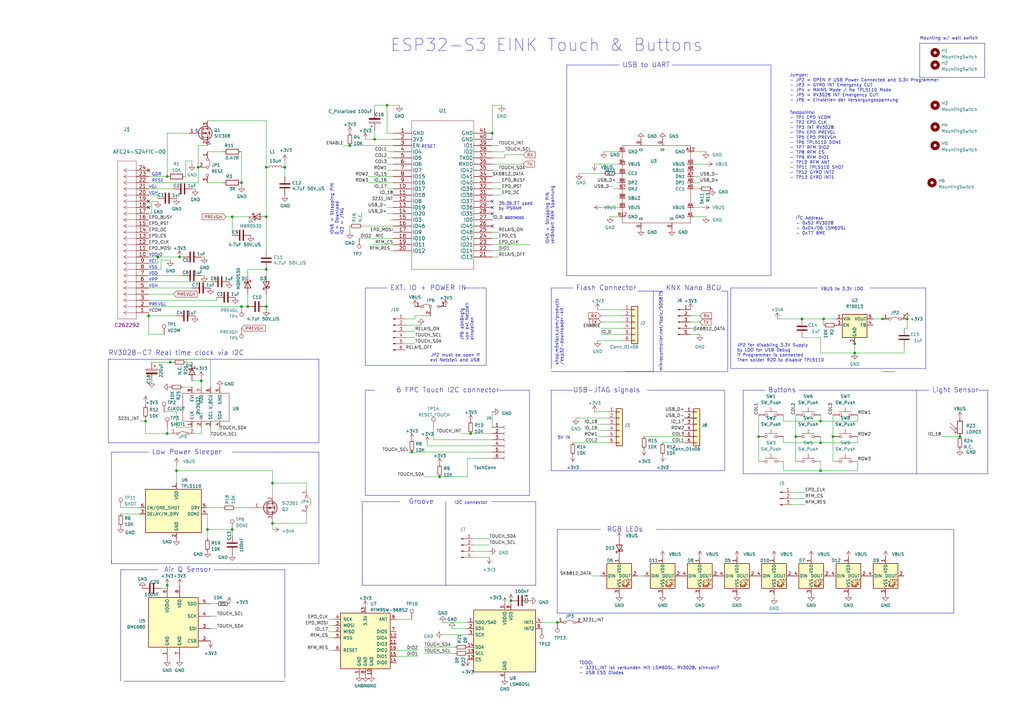
<source format=kicad_sch>
(kicad_sch (version 20230121) (generator eeschema)
  (paper "A3")
  (title_block (title "ESP32-S3 EInk controller with touch") (date "2023-03-07") (rev "1.0") (comment 1 "be used in home appliances with no more than 200 Watts top consumption.") (comment 2 "industrial heavy load devices. This an experimental switch that should only") (comment 3 "it should NOT be used in any case for machinery that is for medical use or") (comment 4 "IMPORTANT: If used as an ON / OFF switch") (comment 5 "NO Comercial USE. GPL LICENSE"))
  (lib_symbols
    (symbol "Connector:Conn_01x03_Pin" (pin_names (offset 1.016) hide)
      (property "Reference" "J" (at 0 5.08 0))
      (property "Value" "Conn_01x03_Pin" (at 0 -5.08 0))
      (symbol "Conn_01x03_Pin_1_1"
        (pin passive line (at 5.08 2.54 180) (length 3.81) (name "Pin_1") (number "1"))
        (pin passive line (at 5.08 0 180) (length 3.81) (name "Pin_2") (number "2"))
        (pin passive line (at 5.08 -2.54 180) (length 3.81) (name "Pin_3") (number "3"))
      )
    )
    (symbol "Connector:Conn_01x04_Pin" (pin_names (offset 1.016) hide)
      (property "Reference" "J" (at 0 5.08 0))
      (property "Value" "Conn_01x04_Pin" (at 0 -7.62 0))
      (symbol "Conn_01x04_Pin_1_1"
        (pin passive line (at 5.08 2.54 180) (length 3.81) (name "Pin_1") (number "1"))
        (pin passive line (at 5.08 0 180) (length 3.81) (name "Pin_2") (number "2"))
        (pin passive line (at 5.08 -2.54 180) (length 3.81) (name "Pin_3") (number "3"))
        (pin passive line (at 5.08 -5.08 180) (length 3.81) (name "Pin_4") (number "4"))
      )
    )
    (symbol "Connector:Conn_01x05_Pin" (pin_names (offset 1.016) hide)
      (property "Reference" "J" (at 0 7.62 0))
      (property "Value" "Conn_01x05_Pin" (at 0 -7.62 0))
      (symbol "Conn_01x05_Pin_1_1"
        (pin passive line (at 5.08 5.08 180) (length 3.81) (name "Pin_1") (number "1"))
        (pin passive line (at 5.08 2.54 180) (length 3.81) (name "Pin_2") (number "2"))
        (pin passive line (at 5.08 0 180) (length 3.81) (name "Pin_3") (number "3"))
        (pin passive line (at 5.08 -2.54 180) (length 3.81) (name "Pin_4") (number "4"))
        (pin passive line (at 5.08 -5.08 180) (length 3.81) (name "Pin_5") (number "5"))
      )
    )
    (symbol "Connector:Conn_01x06_Female" (pin_names (offset 1.016) hide)
      (property "Reference" "J" (at 0 7.62 0))
      (property "Value" "Conn_01x06_Female" (at 0 -10.16 0))
      (symbol "Conn_01x06_Female_1_1"
        (pin passive line (at -5.08 5.08 0) (length 3.81) (name "Pin_1") (number "1"))
        (pin passive line (at -5.08 2.54 0) (length 3.81) (name "Pin_2") (number "2"))
        (pin passive line (at -5.08 0 0) (length 3.81) (name "Pin_3") (number "3"))
        (pin passive line (at -5.08 -2.54 0) (length 3.81) (name "Pin_4") (number "4"))
        (pin passive line (at -5.08 -5.08 0) (length 3.81) (name "Pin_5") (number "5"))
        (pin passive line (at -5.08 -7.62 0) (length 3.81) (name "Pin_6") (number "6"))
      )
    )
    (symbol "Connector:Conn_01x06_Pin" (pin_names (offset 1.016) hide)
      (property "Reference" "J" (at 0 7.62 0))
      (property "Value" "Conn_01x06_Pin" (at 0 -10.16 0))
      (symbol "Conn_01x06_Pin_1_1"
        (pin passive line (at 5.08 5.08 180) (length 3.81) (name "Pin_1") (number "1"))
        (pin passive line (at 5.08 2.54 180) (length 3.81) (name "Pin_2") (number "2"))
        (pin passive line (at 5.08 0 180) (length 3.81) (name "Pin_3") (number "3"))
        (pin passive line (at 5.08 -2.54 180) (length 3.81) (name "Pin_4") (number "4"))
        (pin passive line (at 5.08 -5.08 180) (length 3.81) (name "Pin_5") (number "5"))
        (pin passive line (at 5.08 -7.62 180) (length 3.81) (name "Pin_6") (number "6"))
      )
    )
    (symbol "Connector:TestPoint" (pin_numbers hide) (pin_names (offset 0.762) hide)
      (property "Reference" "TP" (at 0 6.858 0))
      (property "Value" "TestPoint" (at 0 5.08 0))
      (symbol "TestPoint_1_1"
        (pin passive line (at 0 0 90) (length 2.54) (name "1") (number "1"))
      )
    )
    (symbol "Connector_Generic:Conn_01x06" (pin_names (offset 1.016) hide)
      (property "Reference" "J" (at 0 7.62 0))
      (property "Value" "Conn_01x06" (at 0 -10.16 0))
      (symbol "Conn_01x06_1_1"
        (pin passive line (at -5.08 5.08 0) (length 3.81) (name "Pin_1") (number "1"))
        (pin passive line (at -5.08 2.54 0) (length 3.81) (name "Pin_2") (number "2"))
        (pin passive line (at -5.08 0 0) (length 3.81) (name "Pin_3") (number "3"))
        (pin passive line (at -5.08 -2.54 0) (length 3.81) (name "Pin_4") (number "4"))
        (pin passive line (at -5.08 -5.08 0) (length 3.81) (name "Pin_5") (number "5"))
        (pin passive line (at -5.08 -7.62 0) (length 3.81) (name "Pin_6") (number "6"))
      )
    )
    (symbol "Device:C" (pin_numbers hide) (pin_names (offset 0.254))
      (property "Reference" "C" (at 0.635 2.54 0))
      (property "Value" "C" (at 0.635 -2.54 0))
      (symbol "C_1_1"
        (pin passive line (at 0 3.81 270) (length 2.794) (name "~") (number "1"))
        (pin passive line (at 0 -3.81 90) (length 2.794) (name "~") (number "2"))
      )
    )
    (symbol "Device:C_Polarized" (pin_numbers hide) (pin_names (offset 0.254))
      (property "Reference" "C" (at 0.635 2.54 0))
      (property "Value" "C_Polarized" (at 0.635 -2.54 0))
      (symbol "C_Polarized_1_1"
        (pin passive line (at 0 3.81 270) (length 2.794) (name "~") (number "1"))
        (pin passive line (at 0 -3.81 90) (length 2.794) (name "~") (number "2"))
      )
    )
    (symbol "Device:L" (pin_numbers hide) (pin_names (offset 1.016) hide)
      (property "Reference" "L" (at -1.27 0 90))
      (property "Value" "L" (at 1.905 0 90))
      (symbol "L_1_1"
        (pin passive line (at 0 3.81 270) (length 1.27) (name "1") (number "1"))
        (pin passive line (at 0 -3.81 90) (length 1.27) (name "2") (number "2"))
      )
    )
    (symbol "Device:R" (pin_numbers hide) (pin_names (offset 0))
      (property "Reference" "R" (at 2.032 0 90))
      (property "Value" "R" (at 0 0 90))
      (symbol "R_1_1"
        (pin passive line (at 0 3.81 270) (length 1.27) (name "~") (number "1"))
        (pin passive line (at 0 -3.81 90) (length 1.27) (name "~") (number "2"))
      )
    )
    (symbol "Device:R_Small" (pin_numbers hide) (pin_names (offset 0.254) hide)
      (property "Reference" "R" (at 0.762 0.508 0))
      (property "Value" "R_Small" (at 0.762 -1.016 0))
      (symbol "R_Small_1_1"
        (pin passive line (at 0 2.54 270) (length 0.762) (name "~") (number "1"))
        (pin passive line (at 0 -2.54 90) (length 0.762) (name "~") (number "2"))
      )
    )
    (symbol "Diode:MBR0530" (pin_numbers hide) (pin_names (offset 1.016) hide)
      (property "Reference" "D" (at 0 2.54 0))
      (property "Value" "MBR0530" (at 0 -2.54 0))
      (symbol "MBR0530_1_1"
        (pin passive line (at -3.81 0 0) (length 2.54) (name "K") (number "1"))
        (pin passive line (at 3.81 0 180) (length 2.54) (name "A") (number "2"))
      )
    )
    (symbol "ESP332S3:ESP32-S3-WROOM-1-N8" (pin_names (offset 0.254))
      (property "Reference" "U" (at 20.32 10.16 0))
      (property "Value" "ESP32-S3-WROOM-1-N8" (at 20.32 7.62 0))
      (symbol "ESP32-S3-WROOM-1-N8_1_1"
        (pin power_in line (at 0 0 0) (length 7.62) (name "GND") (number "1"))
        (pin bidirectional line (at 0 -22.86 0) (length 7.62) (name "IO17") (number "10"))
        (pin bidirectional line (at 0 -25.4 0) (length 7.62) (name "IO18") (number "11"))
        (pin bidirectional line (at 0 -27.94 0) (length 7.62) (name "IO8") (number "12"))
        (pin bidirectional line (at 0 -30.48 0) (length 7.62) (name "IO19") (number "13"))
        (pin bidirectional line (at 0 -33.02 0) (length 7.62) (name "IO20") (number "14"))
        (pin bidirectional line (at 0 -35.56 0) (length 7.62) (name "IO3") (number "15"))
        (pin bidirectional line (at 0 -38.1 0) (length 7.62) (name "IO46") (number "16"))
        (pin bidirectional line (at 0 -40.64 0) (length 7.62) (name "IO9") (number "17"))
        (pin bidirectional line (at 0 -43.18 0) (length 7.62) (name "IO10") (number "18"))
        (pin bidirectional line (at 0 -45.72 0) (length 7.62) (name "IO11") (number "19"))
        (pin power_in line (at 0 -2.54 0) (length 7.62) (name "3V3") (number "2"))
        (pin bidirectional line (at 0 -48.26 0) (length 7.62) (name "IO12") (number "20"))
        (pin bidirectional line (at 40.64 -50.8 180) (length 7.62) (name "IO13") (number "21"))
        (pin bidirectional line (at 40.64 -48.26 180) (length 7.62) (name "IO14") (number "22"))
        (pin bidirectional line (at 40.64 -45.72 180) (length 7.62) (name "IO21") (number "23"))
        (pin bidirectional line (at 40.64 -43.18 180) (length 7.62) (name "IO47") (number "24"))
        (pin bidirectional line (at 40.64 -40.64 180) (length 7.62) (name "IO48") (number "25"))
        (pin bidirectional line (at 40.64 -38.1 180) (length 7.62) (name "IO45") (number "26"))
        (pin bidirectional line (at 40.64 -35.56 180) (length 7.62) (name "IO0") (number "27"))
        (pin bidirectional line (at 40.64 -33.02 180) (length 7.62) (name "IO35") (number "28"))
        (pin bidirectional line (at 40.64 -30.48 180) (length 7.62) (name "IO36") (number "29"))
        (pin input line (at 0 -5.08 0) (length 7.62) (name "EN") (number "3"))
        (pin bidirectional line (at 40.64 -27.94 180) (length 7.62) (name "IO37") (number "30"))
        (pin bidirectional line (at 40.64 -25.4 180) (length 7.62) (name "IO38") (number "31"))
        (pin bidirectional line (at 40.64 -22.86 180) (length 7.62) (name "IO39") (number "32"))
        (pin bidirectional line (at 40.64 -20.32 180) (length 7.62) (name "IO40") (number "33"))
        (pin bidirectional line (at 40.64 -17.78 180) (length 7.62) (name "IO41") (number "34"))
        (pin bidirectional line (at 40.64 -15.24 180) (length 7.62) (name "IO42") (number "35"))
        (pin bidirectional line (at 40.64 -12.7 180) (length 7.62) (name "RXD0") (number "36"))
        (pin bidirectional line (at 40.64 -10.16 180) (length 7.62) (name "TXD0") (number "37"))
        (pin bidirectional line (at 40.64 -7.62 180) (length 7.62) (name "IO2") (number "38"))
        (pin bidirectional line (at 40.64 -5.08 180) (length 7.62) (name "IO1") (number "39"))
        (pin bidirectional line (at 0 -7.62 0) (length 7.62) (name "IO4") (number "4"))
        (pin power_in line (at 40.64 -2.54 180) (length 7.62) (name "GND") (number "40"))
        (pin power_in line (at 40.64 0 180) (length 7.62) (name "GND") (number "41"))
        (pin bidirectional line (at 0 -10.16 0) (length 7.62) (name "IO5") (number "5"))
        (pin bidirectional line (at 0 -12.7 0) (length 7.62) (name "IO6") (number "6"))
        (pin bidirectional line (at 0 -15.24 0) (length 7.62) (name "IO7") (number "7"))
        (pin bidirectional line (at 0 -17.78 0) (length 7.62) (name "IO15") (number "8"))
        (pin bidirectional line (at 0 -20.32 0) (length 7.62) (name "IO16") (number "9"))
      )
    )
    (symbol "Jumper:Jumper_2_Bridged" (pin_names (offset 0) hide)
      (property "Reference" "JP" (at 0 1.905 0))
      (property "Value" "Jumper_2_Bridged" (at 0 -2.54 0))
      (symbol "Jumper_2_Bridged_1_1"
        (pin passive line (at -5.08 0 0) (length 2.54) (name "A") (number "1"))
        (pin passive line (at 5.08 0 180) (length 2.54) (name "B") (number "2"))
      )
    )
    (symbol "Jumper:Jumper_2_Open" (pin_names (offset 0) hide)
      (property "Reference" "JP" (at 0 2.794 0))
      (property "Value" "Jumper_2_Open" (at 0 -2.286 0))
      (symbol "Jumper_2_Open_1_1"
        (pin passive line (at -5.08 0 0) (length 2.54) (name "A") (number "1"))
        (pin passive line (at 5.08 0 180) (length 2.54) (name "B") (number "2"))
      )
    )
    (symbol "Jumper:Jumper_3_Bridged12" (pin_names (offset 0) hide)
      (property "Reference" "JP" (at -2.54 -2.54 0))
      (property "Value" "Jumper_3_Bridged12" (at 0 2.794 0))
      (symbol "Jumper_3_Bridged12_1_1"
        (pin passive line (at -6.35 0 0) (length 2.54) (name "A") (number "1"))
        (pin passive line (at 0 -3.81 90) (length 2.54) (name "C") (number "2"))
        (pin passive line (at 6.35 0 180) (length 2.54) (name "B") (number "3"))
      )
    )
    (symbol "LED:WS2812B" (pin_names (offset 0.254))
      (property "Reference" "D" (at 5.08 5.715 0))
      (property "Value" "WS2812B" (at 1.27 -5.715 0))
      (symbol "WS2812B_0_0"
        (text "RGB" (at 2.286 -4.191 0) (effects (font (size 0.762 0.762))))
      )
      (symbol "WS2812B_1_1"
        (pin power_in line (at 0 7.62 270) (length 2.54) (name "VDD") (number "1"))
        (pin output line (at 7.62 0 180) (length 2.54) (name "DOUT") (number "2"))
        (pin power_in line (at 0 -7.62 90) (length 2.54) (name "VSS") (number "3"))
        (pin input line (at -7.62 0 0) (length 2.54) (name "DIN") (number "4"))
      )
    )
    (symbol "Mechanical:MountingHole" (pin_names (offset 1.016))
      (property "Reference" "H" (at 0 5.08 0))
      (property "Value" "MountingHole" (at 0 3.175 0))
    )
    (symbol "RF_Module:RFM95W-868S2" (pin_names (offset 1.016))
      (property "Reference" "U" (at -10.414 11.684 0))
      (property "Value" "RFM95W-868S2" (at 1.524 11.43 0))
      (symbol "RFM95W-868S2_1_1"
        (pin power_in line (at -2.54 -15.24 90) (length 2.54) (name "GND") (number "1"))
        (pin power_in line (at 2.54 -15.24 90) (length 2.54) (name "GND") (number "10"))
        (pin bidirectional line (at 12.7 -2.54 180) (length 2.54) (name "DIO3") (number "11"))
        (pin bidirectional line (at 12.7 0 180) (length 2.54) (name "DIO4") (number "12"))
        (pin power_in line (at 0 12.7 270) (length 2.54) (name "3.3V") (number "13"))
        (pin bidirectional line (at 12.7 -10.16 180) (length 2.54) (name "DIO0") (number "14"))
        (pin bidirectional line (at 12.7 -7.62 180) (length 2.54) (name "DIO1") (number "15"))
        (pin bidirectional line (at 12.7 -5.08 180) (length 2.54) (name "DIO2") (number "16"))
        (pin output line (at -12.7 2.54 0) (length 2.54) (name "MISO") (number "2"))
        (pin input line (at -12.7 5.08 0) (length 2.54) (name "MOSI") (number "3"))
        (pin input line (at -12.7 7.62 0) (length 2.54) (name "SCK") (number "4"))
        (pin input line (at -12.7 0 0) (length 2.54) (name "NSS") (number "5"))
        (pin bidirectional line (at -12.7 -5.08 0) (length 2.54) (name "RESET") (number "6"))
        (pin bidirectional line (at 12.7 2.54 180) (length 2.54) (name "DIO5") (number "7"))
        (pin power_in line (at 0 -15.24 90) (length 2.54) (name "GND") (number "8"))
        (pin bidirectional line (at 12.7 7.62 180) (length 2.54) (name "ANT") (number "9"))
      )
    )
    (symbol "Regulator_Linear:TPS72201" (pin_names (offset 0.254))
      (property "Reference" "U" (at -3.81 5.715 0))
      (property "Value" "TPS72201" (at 0 5.715 0))
      (symbol "TPS72201_1_1"
        (pin power_in line (at -7.62 2.54 0) (length 2.54) (name "VIN") (number "1"))
        (pin power_in line (at 0 -7.62 90) (length 2.54) (name "GND") (number "2"))
        (pin input line (at -7.62 0 0) (length 2.54) (name "EN") (number "3"))
        (pin input line (at 7.62 0 180) (length 2.54) (name "FB") (number "4"))
        (pin power_out line (at 7.62 2.54 180) (length 2.54) (name "VOUT") (number "5"))
      )
    )
    (symbol "Sensor:BME680"
      (property "Reference" "U" (at -8.89 11.43 0))
      (property "Value" "BME680" (at 7.62 11.43 0))
      (symbol "BME680_1_1"
        (pin power_in line (at -2.54 -15.24 90) (length 5.08) (name "GND") (number "1"))
        (pin input line (at 15.24 -7.62 180) (length 5.08) (name "CSB") (number "2"))
        (pin bidirectional line (at 15.24 -2.54 180) (length 5.08) (name "SDI") (number "3"))
        (pin input line (at 15.24 2.54 180) (length 5.08) (name "SCK") (number "4"))
        (pin bidirectional line (at 15.24 7.62 180) (length 5.08) (name "SDO") (number "5"))
        (pin power_in line (at -2.54 15.24 270) (length 5.08) (name "VDDIO") (number "6"))
        (pin power_in line (at 2.54 -15.24 90) (length 5.08) (name "GND") (number "7"))
        (pin power_in line (at 2.54 15.24 270) (length 5.08) (name "VDD") (number "8"))
      )
    )
    (symbol "Sensor_Motion:LSM6DSL"
      (property "Reference" "U" (at -11.43 15.24 0))
      (property "Value" "LSM6DSL" (at -11.43 12.7 0))
      (symbol "LSM6DSL_1_1"
        (pin bidirectional line (at -15.24 7.62 0) (length 2.54) (name "SDO/SA0") (number "1"))
        (pin no_connect line (at 12.7 -5.08 180) (length 3.81) hide (name "NC") (number "10"))
        (pin no_connect line (at 12.7 -2.54 180) (length 3.81) hide (name "NC") (number "11"))
        (pin input line (at -15.24 -7.62 0) (length 2.54) (name "CS") (number "12"))
        (pin input line (at -15.24 -5.08 0) (length 2.54) (name "SCL") (number "13"))
        (pin bidirectional line (at -15.24 -2.54 0) (length 2.54) (name "SDA") (number "14"))
        (pin bidirectional line (at -15.24 5.08 0) (length 2.54) (name "SDX") (number "2"))
        (pin input line (at -15.24 2.54 0) (length 2.54) (name "SCX") (number "3"))
        (pin output line (at 15.24 7.62 180) (length 2.54) (name "INT1") (number "4"))
        (pin power_in line (at 0 15.24 270) (length 2.54) (name "VDDIO") (number "5"))
        (pin power_in line (at 0 -15.24 90) (length 2.54) (name "GND") (number "6"))
        (pin passive line (at 0 -15.24 90) (length 2.54) hide (name "GND") (number "7"))
        (pin power_in line (at 2.54 15.24 270) (length 2.54) (name "VDD") (number "8"))
        (pin output line (at 15.24 5.08 180) (length 2.54) (name "INT2") (number "9"))
      )
    )
    (symbol "Sensor_Optical:LDR03" (pin_numbers hide) (pin_names (offset 0))
      (property "Reference" "R" (at -5.08 0 90))
      (property "Value" "LDR03" (at 1.905 0 90))
      (symbol "LDR03_1_1"
        (pin passive line (at 0 3.81 270) (length 1.27) (name "~") (number "1"))
        (pin passive line (at 0 -3.81 90) (length 1.27) (name "~") (number "2"))
      )
    )
    (symbol "Switch:SW_Push" (pin_numbers hide) (pin_names (offset 1.016) hide)
      (property "Reference" "SW" (at 1.27 2.54 0))
      (property "Value" "SW_Push" (at 0 -1.524 0))
      (symbol "SW_Push_0_1"
        (pin passive line (at -5.08 0 0) (length 2.54) (name "1") (number "1"))
        (pin passive line (at 5.08 0 180) (length 2.54) (name "2") (number "2"))
      )
    )
    (symbol "Timer:TPL5110"
      (property "Reference" "U" (at -10.16 8.89 0))
      (property "Value" "TPL5110" (at 6.35 8.89 0))
      (symbol "TPL5110_1_1"
        (pin power_in line (at 0 10.16 270) (length 2.54) (name "VDD") (number "1"))
        (pin power_in line (at 0 -12.7 90) (length 2.54) (name "GND") (number "2"))
        (pin input line (at -15.24 -2.54 0) (length 2.54) (name "DELAY/M_DRV") (number "3"))
        (pin input line (at 12.7 -2.54 180) (length 2.54) (name "DONE") (number "4"))
        (pin output line (at 12.7 0 180) (length 2.54) (name "DRV") (number "5"))
        (pin input line (at -15.24 0 0) (length 2.54) (name "EN/ONE_SHOT") (number "6"))
      )
    )
    (symbol "Transistor_FET:2N7002" (pin_names hide)
      (property "Reference" "Q" (at 5.08 1.905 0))
      (property "Value" "2N7002" (at 5.08 0 0))
      (symbol "2N7002_1_1"
        (pin input line (at -5.08 0 0) (length 2.54) (name "G") (number "1"))
        (pin passive line (at 2.54 -5.08 90) (length 2.54) (name "S") (number "2"))
        (pin passive line (at 2.54 5.08 270) (length 2.54) (name "D") (number "3"))
      )
    )
    (symbol "Transistor_FET:Si2319CDS" (pin_names hide)
      (property "Reference" "Q" (at 5.08 1.905 0))
      (property "Value" "Si2319CDS" (at 5.08 0 0))
      (symbol "Si2319CDS_1_1"
        (pin input line (at -5.08 0 0) (length 2.54) (name "G") (number "1"))
        (pin passive line (at 2.54 -5.08 90) (length 2.54) (name "S") (number "2"))
        (pin passive line (at 2.54 5.08 270) (length 2.54) (name "D") (number "3"))
      )
    )
    (symbol "footprint:FH12-24S-0.5SV55" (pin_names (offset 0.254) hide)
      (property "Reference" "J" (at 8.89 6.35 0))
      (property "Value" "FH12-24S-0.5SV55" (at 5.08 -77.47 0))
      (symbol "FH12-24S-0.5SV55_1_1"
        (pin bidirectional line (at 0 0 0) (length 5.08) (name "1") (number "1"))
        (pin power_in line (at 0 -22.86 0) (length 5.08) (name "10") (number "10"))
        (pin bidirectional line (at 0 -25.4 0) (length 5.08) (name "11") (number "11"))
        (pin bidirectional line (at 0 -27.94 0) (length 5.08) (name "12") (number "12"))
        (pin bidirectional line (at 0 -30.48 0) (length 5.08) (name "13") (number "13"))
        (pin bidirectional line (at 0 -33.02 0) (length 5.08) (name "14") (number "14"))
        (pin bidirectional line (at 0 -35.56 0) (length 5.08) (name "15") (number "15"))
        (pin bidirectional line (at 0 -38.1 0) (length 5.08) (name "16") (number "16"))
        (pin power_in line (at 0 -40.64 0) (length 5.08) (name "17") (number "17"))
        (pin no_connect line (at 0 -43.18 0) (length 5.08) (name "18") (number "18"))
        (pin no_connect line (at 0 -45.72 0) (length 5.08) (name "19") (number "19"))
        (pin bidirectional line (at 0 -2.54 0) (length 5.08) (name "2") (number "2"))
        (pin output line (at 0 -48.26 0) (length 5.08) (name "20") (number "20"))
        (pin output line (at 0 -50.8 0) (length 5.08) (name "21") (number "21"))
        (pin output line (at 0 -53.34 0) (length 5.08) (name "22") (number "22"))
        (pin bidirectional line (at 0 -55.88 0) (length 5.08) (name "23") (number "23"))
        (pin no_connect line (at 0 -58.42 0) (length 5.08) (name "24") (number "24"))
        (pin bidirectional line (at 0 -5.08 0) (length 5.08) (name "3") (number "3"))
        (pin bidirectional line (at 0 -7.62 0) (length 5.08) (name "4") (number "4"))
        (pin bidirectional line (at 0 -10.16 0) (length 5.08) (name "5") (number "5"))
        (pin bidirectional line (at 0 -12.7 0) (length 5.08) (name "6") (number "6"))
        (pin bidirectional line (at 0 -15.24 0) (length 5.08) (name "7") (number "7"))
        (pin bidirectional line (at 0 -17.78 0) (length 5.08) (name "8") (number "8"))
        (pin power_in line (at 0 -20.32 0) (length 5.08) (name "9") (number "9"))
      )
    )
    (symbol "power:+3.3V" (power) (pin_names (offset 0))
      (property "Value" "+3.3V" (at 0 3.556 0))
      (symbol "+3.3V_1_1"
        (pin power_in line (at 0 0 90) (length 0) hide (name "+3V3") (number "1"))
      )
    )
    (symbol "power:+3V3" (power) (pin_names (offset 0))
      (property "Value" "+3V3" (at 0 3.556 0))
      (symbol "+3V3_1_1"
        (pin power_in line (at 0 0 90) (length 0) hide (name "+3V3") (number "1"))
      )
    )
    (symbol "power:+5VA" (power) (pin_names (offset 0))
      (property "Value" "+5VA" (at 0 3.556 0))
      (symbol "+5VA_1_1"
        (pin power_in line (at 0 0 90) (length 0) hide (name "+5VA") (number "1"))
      )
    )
    (symbol "power:GND" (power) (pin_names (offset 0))
      (property "Value" "GND" (at 0 -3.81 0))
      (symbol "GND_1_1"
        (pin power_in line (at 0 0 270) (length 0) hide (name "GND") (number "1"))
      )
    )
    (symbol "power:VBUS" (power) (pin_names (offset 0))
      (property "Value" "VBUS" (at 0 3.81 0))
      (symbol "VBUS_1_1"
        (pin power_in line (at 0 0 90) (length 0) hide (name "VBUS") (number "1"))
      )
    )
    (symbol "rv3028:RV3028-C7"
      (property "Reference" "U" (at -2.54 5.08 0))
      (symbol "RV3028-C7_1_1"
        (pin input line (at -8.89 2.54 0) (length 2.54) (name "CLK") (number "1"))
        (pin output line (at -8.89 -1.27 0) (length 2.54) (name "INT") (number "2"))
        (pin bidirectional line (at -8.89 -5.08 0) (length 2.54) (name "SCL") (number "3"))
        (pin bidirectional line (at -8.89 -8.89 0) (length 2.54) (name "SDA") (number "4"))
        (pin bidirectional line (at 7.62 -8.89 180) (length 2.54) (name "GND") (number "5"))
        (pin power_in line (at 7.62 -5.08 180) (length 2.54) (name "V_BCU") (number "6"))
        (pin power_in line (at 7.62 -1.27 180) (length 2.54) (name "VDD") (number "7"))
        (pin input line (at 7.62 2.54 180) (length 2.54) (name "EVI") (number "8"))
      )
    )
    (symbol "tp4056:KoreanHropartsElecTYPE-C-31-M-12" (pin_names (offset 1.016))
      (property "Reference" "U" (at 0 0 0))
      (property "Value" "KoreanHropartsElecTYPE-C-31-M-12" (at 0 0 0))
      (symbol "KoreanHropartsElecTYPE-C-31-M-12_1_1"
        (pin unspecified line (at 1.27 -35.56 90) (length 2.54) (name "0") (number "0"))
        (pin unspecified line (at 1.27 1.27 270) (length 2.54) (name "0") (number "0"))
        (pin unspecified line (at 10.16 1.27 270) (length 2.54) (name "0") (number "0"))
        (pin unspecified line (at 13.97 -35.56 90) (length 2.54) (name "0") (number "0"))
        (pin power_out line (at 22.86 -30.48 180) (length 2.54) (name "GND") (number "A1"))
        (pin power_out line (at 22.86 -3.81 180) (length 2.54) (name "GND") (number "A12"))
        (pin power_in line (at 22.86 -26.67 180) (length 2.54) (name "VBUS") (number "A4"))
        (pin bidirectional line (at 22.86 -19.05 180) (length 2.54) (name "CC1") (number "A5"))
        (pin bidirectional line (at 22.86 -16.51 180) (length 2.54) (name "DP1") (number "A6"))
        (pin bidirectional line (at 22.86 -13.97 180) (length 2.54) (name "DN1") (number "A7"))
        (pin bidirectional line (at 22.86 -11.43 180) (length 2.54) (name "SBU1") (number "A8"))
        (pin power_in line (at 22.86 -8.89 180) (length 2.54) (name "VBUS") (number "A9"))
        (pin power_out line (at -7.62 -3.81 0) (length 2.54) (name "GND") (number "B1"))
        (pin power_in line (at -7.62 -30.48 0) (length 2.54) (name "GND") (number "B12"))
        (pin power_in line (at -7.62 -8.89 0) (length 2.54) (name "VBUS") (number "B4"))
        (pin bidirectional line (at -7.62 -12.7 0) (length 2.54) (name "CC2") (number "B5"))
        (pin bidirectional line (at -7.62 -16.51 0) (length 2.54) (name "DP2") (number "B6"))
        (pin bidirectional line (at -7.62 -19.05 0) (length 2.54) (name "DN2") (number "B7"))
        (pin bidirectional line (at -7.62 -22.86 0) (length 2.54) (name "SBU2") (number "B8"))
        (pin power_in line (at -7.62 -26.67 0) (length 2.54) (name "VBUS") (number "B9"))
      )
    )
  )
  (junction (at 341.63 179.07))
  (junction (at 81.28 68.58))
  (junction (at 336.55 172.72))
  (junction (at 95.25 217.17))
  (junction (at 82.55 156.21))
  (junction (at 350.52 140.97))
  (junction (at 109.22 88.9))
  (junction (at 116.84 68.58))
  (junction (at 99.06 125.73))
  (junction (at 228.6 255.27))
  (junction (at 158.75 43.18))
  (junction (at 393.7 179.07))
  (junction (at 180.34 195.58))
  (junction (at 372.11 130.81))
  (junction (at 64.77 105.41))
  (junction (at 153.67 57.15))
  (junction (at 73.66 105.41))
  (junction (at 69.85 148.59))
  (junction (at 337.82 130.81))
  (junction (at 68.58 240.03))
  (junction (at 350.52 144.78))
  (junction (at 72.39 193.04))
  (junction (at 109.22 68.58))
  (junction (at 111.76 214.63))
  (junction (at 109.22 125.73))
  (junction (at 201.93 54.61))
  (junction (at 60.96 129.54))
  (junction (at 311.15 179.07))
  (junction (at 168.91 185.42))
  (junction (at 193.04 177.8))
  (junction (at 361.95 130.81))
  (junction (at 328.93 130.81))
  (junction (at 109.22 110.49))
  (junction (at 336.55 193.04))
  (junction (at 68.58 177.8))
  (junction (at 59.69 172.72))
  (junction (at 209.55 246.38))
  (junction (at 143.51 59.69))
  (junction (at 85.09 217.17))
  (junction (at 101.6 125.73))
  (junction (at 326.39 179.07))
  (junction (at 336.55 181.61))
  (junction (at 95.25 88.9))
  (junction (at 99.06 74.93))
  (junction (at 111.76 198.12))
  (junction (at 68.58 72.39))
  (no_connect (at 60.96 85.09))
  (no_connect (at 60.96 69.85))
  (no_connect (at 201.93 92.71))
  (no_connect (at 201.93 85.09))
  (no_connect (at 60.96 82.55))
  (no_connect (at 201.93 82.55))
  (no_connect (at 201.93 87.63))
  (polyline (pts (xy 379.73 118.11) (xy 379.73 151.13)))
  (polyline (pts (xy 111.76 185.42) (xy 95.25 185.42)))
  (polyline (pts (xy 58.42 233.68) (xy 64.77 233.68)))
  (polyline (pts (xy 219.71 205.74) (xy 201.93 205.74)))
  (wire (pts (xy 111.76 214.63) (xy 125.73 214.63)))
  (wire (pts (xy 350.52 144.78) (xy 350.52 147.32)))
  (wire (pts (xy 201.93 69.85) (xy 204.47 69.85)))
  (wire (pts (xy 284.48 77.47) (xy 287.02 77.47)))
  (wire (pts (xy 76.2 72.39) (xy 76.2 66.04)))
  (wire (pts (xy 76.2 148.59) (xy 78.74 148.59)))
  (polyline (pts (xy 44.45 147.32) (xy 130.81 147.32)))
  (polyline (pts (xy 372.11 118.11) (xy 379.73 118.11)))
  (wire (pts (xy 153.67 57.15) (xy 161.29 57.15)))
  (wire (pts (xy 181.61 260.35) (xy 191.77 260.35)))
  (wire (pts (xy 81.28 68.58) (xy 81.28 74.93)))
  (wire (pts (xy 326.39 179.07) (xy 326.39 189.23)))
  (wire (pts (xy 326.39 170.18) (xy 326.39 179.07)))
  (wire (pts (xy 158.75 85.09) (xy 161.29 85.09)))
  (wire (pts (xy 143.51 59.69) (xy 140.97 59.69)))
  (wire (pts (xy 328.93 130.81) (xy 337.82 130.81)))
  (wire (pts (xy 222.25 255.27) (xy 228.6 255.27)))
  (polyline (pts (xy 377.19 31.75) (xy 403.86 31.75)))
  (wire (pts (xy 180.34 195.58) (xy 191.77 195.58)))
  (wire (pts (xy 64.77 107.95) (xy 64.77 105.41)))
  (polyline (pts (xy 372.11 151.13) (xy 299.72 151.13)))
  (wire (pts (xy 336.55 181.61) (xy 351.79 181.61)))
  (wire (pts (xy 60.96 128.27) (xy 60.96 129.54)))
  (wire (pts (xy 111.76 198.12) (xy 125.73 198.12)))
  (wire (pts (xy 86.36 247.65) (xy 88.9 247.65)))
  (polyline (pts (xy 261.62 119.38) (xy 267.97 119.38)))
  (wire (pts (xy 60.96 123.19) (xy 88.9 123.19)))
  (wire (pts (xy 116.84 68.58) (xy 116.84 72.39)))
  (wire (pts (xy 60.96 129.54) (xy 60.96 137.16)))
  (wire (pts (xy 185.42 257.81) (xy 191.77 257.81)))
  (wire (pts (xy 318.77 130.81) (xy 328.93 130.81)))
  (wire (pts (xy 189.23 177.8) (xy 193.04 177.8)))
  (wire (pts (xy 336.55 144.78) (xy 350.52 144.78)))
  (wire (pts (xy 321.31 181.61) (xy 336.55 181.61)))
  (polyline (pts (xy 158.75 118.11) (xy 149.86 118.11)))
  (wire (pts (xy 153.67 53.34) (xy 153.67 57.15)))
  (wire (pts (xy 351.79 193.04) (xy 351.79 189.23)))
  (wire (pts (xy 337.82 130.81) (xy 337.82 133.35)))
  (wire (pts (xy 68.58 241.3) (xy 68.58 240.03)))
  (wire (pts (xy 69.85 148.59) (xy 69.85 147.32)))
  (wire (pts (xy 364.49 130.81) (xy 361.95 130.81)))
  (wire (pts (xy 201.93 105.41) (xy 204.47 105.41)))
  (wire (pts (xy 109.22 127) (xy 109.22 125.73)))
  (wire (pts (xy 336.55 193.04) (xy 336.55 189.23)))
  (wire (pts (xy 317.5 243.84) (xy 317.5 245.11)))
  (wire (pts (xy 60.96 129.54) (xy 72.39 129.54)))
  (wire (pts (xy 78.74 156.21) (xy 82.55 156.21)))
  (wire (pts (xy 82.55 156.21) (xy 82.55 158.75)))
  (polyline (pts (xy 316.23 113.03) (xy 316.23 26.67)))
  (wire (pts (xy 92.71 88.9) (xy 95.25 88.9)))
  (wire (pts (xy 283.21 134.62) (xy 284.48 134.62)))
  (polyline (pts (xy 375.92 194.31) (xy 405.13 194.31)))
  (polyline (pts (xy 405.13 160.02) (xy 405.13 161.29)))
  (polyline (pts (xy 116.84 278.13) (xy 116.84 233.68)))
  (wire (pts (xy 109.22 68.58) (xy 109.22 88.9)))
  (polyline (pts (xy 116.84 233.68) (xy 100.33 233.68)))
  (wire (pts (xy 49.53 210.82) (xy 57.15 210.82)))
  (polyline (pts (xy 299.72 118.11) (xy 335.28 118.11)))
  (polyline (pts (xy 256.54 152.4) (xy 298.45 152.4)))
  (wire (pts (xy 60.96 125.73) (xy 99.06 125.73)))
  (wire (pts (xy 173.99 195.58) (xy 180.34 195.58)))
  (wire (pts (xy 99.06 62.23) (xy 99.06 74.93)))
  (wire (pts (xy 245.11 173.99) (xy 248.92 173.99)))
  (wire (pts (xy 162.56 254) (xy 168.91 254)))
  (wire (pts (xy 85.09 210.82) (xy 85.09 217.17)))
  (wire (pts (xy 57.15 172.72) (xy 59.69 172.72)))
  (wire (pts (xy 162.56 269.24) (xy 171.45 269.24)))
  (wire (pts (xy 111.76 213.36) (xy 111.76 214.63)))
  (wire (pts (xy 204.47 59.69) (xy 201.93 59.69)))
  (polyline (pts (xy 304.8 194.31) (xy 304.8 160.02)))
  (wire (pts (xy 80.01 77.47) (xy 78.74 77.47)))
  (wire (pts (xy 60.96 107.95) (xy 64.77 107.95)))
  (polyline (pts (xy 44.45 181.61) (xy 130.81 181.61)))
  (wire (pts (xy 166.37 133.35) (xy 172.72 133.35)))
  (wire (pts (xy 60.96 74.93) (xy 81.28 74.93)))
  (wire (pts (xy 283.21 132.08) (xy 287.02 132.08)))
  (wire (pts (xy 201.93 54.61) (xy 201.93 57.15)))
  (wire (pts (xy 78.74 175.26) (xy 72.39 175.26)))
  (wire (pts (xy 351.79 172.72) (xy 351.79 170.18)))
  (wire (pts (xy 72.39 193.04) (xy 72.39 198.12)))
  (wire (pts (xy 125.73 198.12) (xy 125.73 200.66)))
  (polyline (pts (xy 148.59 240.03) (xy 219.71 240.03)))
  (wire (pts (xy 152.4 100.33) (xy 161.29 100.33)))
  (wire (pts (xy 201.93 102.87) (xy 207.01 102.87)))
  (wire (pts (xy 181.61 255.27) (xy 191.77 255.27)))
  (wire (pts (xy 64.77 105.41) (xy 73.66 105.41)))
  (wire (pts (xy 328.93 138.43) (xy 336.55 138.43)))
  (polyline (pts (xy 149.86 149.86) (xy 199.39 149.86)))
  (wire (pts (xy 82.55 154.94) (xy 82.55 156.21)))
  (wire (pts (xy 166.37 138.43) (xy 170.18 138.43)))
  (polyline (pts (xy 87.63 233.68) (xy 100.33 233.68)))
  (wire (pts (xy 72.39 168.91) (xy 67.31 168.91)))
  (wire (pts (xy 116.84 68.58) (xy 116.84 66.04)))
  (polyline (pts (xy 163.83 205.74) (xy 148.59 205.74)))
  (wire (pts (xy 201.93 80.01) (xy 205.74 80.01)))
  (polyline (pts (xy 295.91 119.38) (xy 298.45 119.38)))
  (polyline (pts (xy 375.92 194.31) (xy 375.92 160.02)))
  (wire (pts (xy 372.11 134.62) (xy 370.84 134.62)))
  (wire (pts (xy 85.09 74.93) (xy 91.44 74.93)))
  (polyline (pts (xy 405.13 160.02) (xy 401.32 160.02)))
  (wire (pts (xy 284.48 72.39) (xy 287.02 72.39)))
  (polyline (pts (xy 111.76 185.42) (xy 130.81 185.42)))
  (wire (pts (xy 201.93 97.79) (xy 204.47 97.79)))
  (wire (pts (xy 350.52 138.43) (xy 350.52 140.97)))
  (wire (pts (xy 337.82 130.81) (xy 342.9 130.81)))
  (wire (pts (xy 85.09 208.28) (xy 91.44 208.28)))
  (polyline (pts (xy 302.26 251.46) (xy 391.16 251.46)))
  (wire (pts (xy 341.63 179.07) (xy 341.63 189.23)))
  (wire (pts (xy 134.62 261.62) (xy 137.16 261.62)))
  (wire (pts (xy 95.25 219.71) (xy 95.25 217.17)))
  (wire (pts (xy 109.22 110.49) (xy 109.22 113.03)))
  (wire (pts (xy 96.52 208.28) (xy 104.14 208.28)))
  (wire (pts (xy 201.93 168.91) (xy 201.93 175.26)))
  (wire (pts (xy 91.44 62.23) (xy 85.09 62.23)))
  (wire (pts (xy 284.48 88.9) (xy 289.56 88.9)))
  (wire (pts (xy 194.31 220.98) (xy 200.66 220.98)))
  (wire (pts (xy 151.13 74.93) (xy 161.29 74.93)))
  (polyline (pts (xy 130.81 231.14) (xy 45.72 231.14)))
  (wire (pts (xy 194.31 223.52) (xy 200.66 223.52)))
  (polyline (pts (xy 254 26.67) (xy 232.41 26.67)))
  (wire (pts (xy 166.37 130.81) (xy 170.18 130.81)))
  (wire (pts (xy 82.55 113.03) (xy 83.82 113.03)))
  (polyline (pts (xy 149.86 118.11) (xy 149.86 149.86)))
  (wire (pts (xy 325.12 204.47) (xy 330.2 204.47)))
  (wire (pts (xy 134.62 256.54) (xy 137.16 256.54)))
  (polyline (pts (xy 405.13 194.31) (xy 405.13 161.29)))
  (wire (pts (xy 147.32 97.79) (xy 161.29 97.79)))
  (polyline (pts (xy 148.59 205.74) (xy 148.59 240.03)))
  (wire (pts (xy 62.23 87.63) (xy 62.23 82.55)))
  (wire (pts (xy 66.04 241.3) (xy 68.58 241.3)))
  (wire (pts (xy 163.83 43.18) (xy 158.75 43.18)))
  (polyline (pts (xy 130.81 231.14) (xy 130.81 185.42)))
  (wire (pts (xy 143.51 92.71) (xy 143.51 95.25)))
  (wire (pts (xy 72.39 190.5) (xy 72.39 193.04)))
  (wire (pts (xy 60.96 105.41) (xy 64.77 105.41)))
  (polyline (pts (xy 226.06 118.11) (xy 226.06 151.13)))
  (polyline (pts (xy 199.39 149.86) (xy 199.39 118.11)))
  (wire (pts (xy 252.73 74.93) (xy 254 74.93)))
  (wire (pts (xy 68.58 238.76) (xy 68.58 240.03)))
  (wire (pts (xy 201.93 74.93) (xy 205.74 74.93)))
  (wire (pts (xy 166.37 135.89) (xy 170.18 135.89)))
  (wire (pts (xy 68.58 54.61) (xy 77.47 54.61)))
  (wire (pts (xy 311.15 170.18) (xy 311.15 179.07)))
  (wire (pts (xy 264.16 179.07) (xy 280.67 179.07)))
  (polyline (pts (xy 297.18 193.04) (xy 297.18 160.02)))
  (polyline (pts (xy 403.86 17.78) (xy 403.86 31.75)))
  (wire (pts (xy 111.76 203.2) (xy 111.76 198.12)))
  (wire (pts (xy 134.62 254) (xy 137.16 254)))
  (polyline (pts (xy 391.16 217.17) (xy 269.24 217.17)))
  (polyline (pts (xy 50.8 279.4) (xy 116.84 279.4)))
  (wire (pts (xy 148.59 92.71) (xy 161.29 92.71)))
  (wire (pts (xy 341.63 170.18) (xy 341.63 179.07)))
  (wire (pts (xy 201.93 100.33) (xy 217.17 100.33)))
  (polyline (pts (xy 217.17 203.2) (xy 149.86 203.2)))
  (wire (pts (xy 207.01 64.77) (xy 201.93 64.77)))
  (wire (pts (xy 60.96 118.11) (xy 78.74 118.11)))
  (wire (pts (xy 158.75 87.63) (xy 161.29 87.63)))
  (wire (pts (xy 99.06 125.73) (xy 101.6 125.73)))
  (wire (pts (xy 101.6 110.49) (xy 109.22 110.49)))
  (wire (pts (xy 351.79 181.61) (xy 351.79 179.07)))
  (polyline (pts (xy 217.17 160.02) (xy 217.17 203.2)))
  (wire (pts (xy 284.48 134.62) (xy 284.48 135.89)))
  (wire (pts (xy 175.26 182.88) (xy 175.26 181.61)))
  (wire (pts (xy 350.52 140.97) (xy 350.52 144.78)))
  (wire (pts (xy 325.12 201.93) (xy 330.2 201.93)))
  (wire (pts (xy 83.82 105.41) (xy 82.55 105.41)))
  (polyline (pts (xy 232.41 113.03) (xy 316.23 113.03)))
  (wire (pts (xy 66.04 106.68) (xy 69.85 106.68)))
  (polyline (pts (xy 403.86 17.78) (xy 377.19 17.78)))
  (wire (pts (xy 251.46 77.47) (xy 254 77.47)))
  (polyline (pts (xy 267.97 152.4) (xy 267.97 119.38)))
  (wire (pts (xy 71.12 120.65) (xy 60.96 120.65)))
  (wire (pts (xy 246.38 129.54) (xy 255.27 129.54)))
  (wire (pts (xy 111.76 198.12) (xy 111.76 193.04)))
  (wire (pts (xy 111.76 193.04) (xy 72.39 193.04)))
  (wire (pts (xy 311.15 179.07) (xy 311.15 189.23)))
  (polyline (pts (xy 45.72 231.14) (xy 45.72 229.87)))
  (wire (pts (xy 321.31 170.18) (xy 321.31 172.72)))
  (wire (pts (xy 252.73 71.12) (xy 254 71.12)))
  (wire (pts (xy 177.8 175.26) (xy 177.8 180.34)))
  (polyline (pts (xy 381 160.02) (xy 375.92 160.02)))
  (wire (pts (xy 158.75 43.18) (xy 153.67 43.18)))
  (wire (pts (xy 191.77 187.96) (xy 201.93 187.96)))
  (polyline (pts (xy 298.45 152.4) (xy 298.45 119.38)))
  (wire (pts (xy 69.85 177.8) (xy 68.58 177.8)))
  (polyline (pts (xy 199.39 118.11) (xy 190.5 118.11)))
  (polyline (pts (xy 246.38 217.17) (xy 228.6 217.17)))
  (wire (pts (xy 243.84 67.31) (xy 254 67.31)))
  (wire (pts (xy 236.22 171.45) (xy 248.92 171.45)))
  (wire (pts (xy 81.28 59.69) (xy 81.28 68.58)))
  (wire (pts (xy 321.31 179.07) (xy 321.31 181.61)))
  (polyline (pts (xy 149.86 160.02) (xy 153.67 160.02)))
  (wire (pts (xy 62.23 82.55) (xy 64.77 82.55)))
  (wire (pts (xy 283.21 137.16) (xy 287.02 137.16)))
  (wire (pts (xy 60.96 80.01) (xy 64.77 80.01)))
  (wire (pts (xy 336.55 138.43) (xy 336.55 144.78)))
  (wire (pts (xy 176.53 129.54) (xy 170.18 129.54)))
  (wire (pts (xy 49.53 208.28) (xy 57.15 208.28)))
  (wire (pts (xy 86.36 252.73) (xy 88.9 252.73)))
  (wire (pts (xy 370.84 144.78) (xy 370.84 142.24)))
  (wire (pts (xy 162.56 266.7) (xy 171.45 266.7)))
  (wire (pts (xy 246.38 85.09) (xy 254 85.09)))
  (polyline (pts (xy 149.86 203.2) (xy 149.86 160.02)))
  (wire (pts (xy 321.31 189.23) (xy 321.31 193.04)))
  (wire (pts (xy 209.55 246.38) (xy 209.55 247.65)))
  (wire (pts (xy 160.02 90.17) (xy 161.29 90.17)))
  (polyline (pts (xy 361.95 152.4) (xy 367.03 152.4)))
  (wire (pts (xy 194.31 226.06) (xy 200.66 226.06)))
  (wire (pts (xy 321.31 172.72) (xy 336.55 172.72)))
  (polyline (pts (xy 226.06 152.4) (xy 267.97 152.4)))
  (polyline (pts (xy 356.87 118.11) (xy 372.11 118.11)))
  (polyline (pts (xy 375.92 160.02) (xy 327.66 160.02)))
  (wire (pts (xy 201.93 182.88) (xy 175.26 182.88)))
  (wire (pts (xy 68.58 72.39) (xy 68.58 54.61)))
  (polyline (pts (xy 58.42 233.68) (xy 49.53 233.68)))
  (wire (pts (xy 85.09 217.17) (xy 95.25 217.17)))
  (polyline (pts (xy 234.95 118.11) (xy 226.06 118.11)))
  (polyline (pts (xy 49.53 233.68) (xy 49.53 279.4)))
  (wire (pts (xy 85.09 49.53) (xy 109.22 49.53)))
  (wire (pts (xy 134.62 266.7) (xy 137.16 266.7)))
  (wire (pts (xy 99.06 76.2) (xy 99.06 74.93)))
  (wire (pts (xy 168.91 185.42) (xy 201.93 185.42)))
  (wire (pts (xy 90.17 175.26) (xy 90.17 176.53)))
  (wire (pts (xy 158.75 62.23) (xy 161.29 62.23)))
  (wire (pts (xy 74.93 105.41) (xy 73.66 105.41)))
  (wire (pts (xy 246.38 134.62) (xy 255.27 134.62)))
  (wire (pts (xy 193.04 177.8) (xy 201.93 177.8)))
  (polyline (pts (xy 275.59 26.67) (xy 316.23 26.67)))
  (wire (pts (xy 284.48 67.31) (xy 289.56 67.31)))
  (polyline (pts (xy 226.06 193.04) (xy 297.18 193.04)))
  (wire (pts (xy 78.74 66.04) (xy 78.74 67.31)))
  (wire (pts (xy 245.11 139.7) (xy 255.27 139.7)))
  (wire (pts (xy 101.6 120.65) (xy 101.6 125.73)))
  (wire (pts (xy 76.2 66.04) (xy 78.74 66.04)))
  (wire (pts (xy 247.65 62.23) (xy 254 62.23)))
  (wire (pts (xy 160.02 102.87) (xy 161.29 102.87)))
  (wire (pts (xy 125.73 210.82) (xy 125.73 214.63)))
  (wire (pts (xy 153.67 43.18) (xy 153.67 45.72)))
  (polyline (pts (xy 226.06 160.02) (xy 226.06 193.04)))
  (wire (pts (xy 325.12 207.01) (xy 330.2 207.01)))
  (polyline (pts (xy 228.6 251.46) (xy 231.14 251.46)))
  (wire (pts (xy 245.11 127) (xy 255.27 127)))
  (wire (pts (xy 201.93 43.18) (xy 205.74 43.18)))
  (polyline (pts (xy 204.47 160.02) (xy 217.17 160.02)))
  (polyline (pts (xy 297.18 160.02) (xy 265.43 160.02)))
  (wire (pts (xy 82.55 175.26) (xy 82.55 177.8)))
  (wire (pts (xy 158.75 69.85) (xy 161.29 69.85)))
  (wire (pts (xy 158.75 64.77) (xy 161.29 64.77)))
  (polyline (pts (xy 60.96 185.42) (xy 45.72 185.42)))
  (wire (pts (xy 283.21 129.54) (xy 287.02 129.54)))
  (wire (pts (xy 386.08 179.07) (xy 393.7 179.07)))
  (wire (pts (xy 158.75 67.31) (xy 161.29 67.31)))
  (wire (pts (xy 284.48 74.93) (xy 287.02 74.93)))
  (wire (pts (xy 167.64 185.42) (xy 168.91 185.42)))
  (wire (pts (xy 261.62 236.22) (xy 264.16 236.22)))
  (wire (pts (xy 245.11 176.53) (xy 248.92 176.53)))
  (wire (pts (xy 234.95 181.61) (xy 248.92 181.61)))
  (polyline (pts (xy 267.97 119.38) (xy 271.78 119.38)))
  (polyline (pts (xy 234.95 160.02) (xy 226.06 160.02)))
  (wire (pts (xy 336.55 172.72) (xy 336.55 170.18)))
  (wire (pts (xy 59.69 177.8) (xy 59.69 172.72)))
  (wire (pts (xy 243.84 168.91) (xy 248.92 168.91)))
  (wire (pts (xy 207.01 63.5) (xy 214.63 63.5)))
  (wire (pts (xy 194.31 228.6) (xy 200.66 228.6)))
  (wire (pts (xy 246.38 137.16) (xy 255.27 137.16)))
  (wire (pts (xy 74.93 158.75) (xy 78.74 158.75)))
  (wire (pts (xy 68.58 177.8) (xy 59.69 177.8)))
  (polyline (pts (xy 182.88 240.03) (xy 182.88 205.74)))
  (wire (pts (xy 284.48 85.09) (xy 288.29 85.09)))
  (wire (pts (xy 69.85 147.32) (xy 86.36 147.32)))
  (wire (pts (xy 60.96 115.57) (xy 86.36 115.57)))
  (wire (pts (xy 64.77 80.01) (xy 64.77 81.28)))
  (wire (pts (xy 143.51 59.69) (xy 161.29 59.69)))
  (wire (pts (xy 60.96 110.49) (xy 66.04 110.49)))
  (wire (pts (xy 86.36 257.81) (xy 88.9 257.81)))
  (wire (pts (xy 81.28 59.69) (xy 85.09 59.69)))
  (wire (pts (xy 60.96 113.03) (xy 74.93 113.03)))
  (wire (pts (xy 85.09 217.17) (xy 85.09 220.98)))
  (wire (pts (xy 60.96 137.16) (xy 67.31 137.16)))
  (polyline (pts (xy 391.16 251.46) (xy 391.16 217.17)))
  (wire (pts (xy 109.22 88.9) (xy 109.22 102.87)))
  (wire (pts (xy 60.96 72.39) (xy 68.58 72.39)))
  (wire (pts (xy 246.38 132.08) (xy 255.27 132.08)))
  (wire (pts (xy 59.69 165.1) (xy 59.69 166.37)))
  (wire (pts (xy 271.78 181.61) (xy 280.67 181.61)))
  (polyline (pts (xy 231.14 251.46) (xy 302.26 251.46)))
  (wire (pts (xy 109.22 120.65) (xy 109.22 125.73)))
  (wire (pts (xy 166.37 140.97) (xy 170.18 140.97)))
  (polyline (pts (xy 313.69 160.02) (xy 304.8 160.02)))
  (wire (pts (xy 207.01 63.5) (xy 207.01 64.77)))
  (wire (pts (xy 170.18 129.54) (xy 170.18 130.81)))
  (wire (pts (xy 201.93 54.61) (xy 201.93 43.18)))
  (polyline (pts (xy 377.19 17.78) (xy 377.19 31.75)))
  (wire (pts (xy 158.75 77.47) (xy 161.29 77.47)))
  (wire (pts (xy 60.96 77.47) (xy 71.12 77.47)))
  (wire (pts (xy 350.52 144.78) (xy 370.84 144.78)))
  (wire (pts (xy 95.25 88.9) (xy 101.6 88.9)))
  (wire (pts (xy 336.55 181.61) (xy 336.55 179.07)))
  (wire (pts (xy 201.93 62.23) (xy 207.01 62.23)))
  (wire (pts (xy 237.49 71.12) (xy 247.65 71.12)))
  (polyline (pts (xy 228.6 217.17) (xy 228.6 251.46)))
  (polyline (pts (xy 372.11 151.13) (xy 379.73 151.13)))
  (wire (pts (xy 60.96 87.63) (xy 62.23 87.63)))
  (wire (pts (xy 336.55 193.04) (xy 351.79 193.04)))
  (wire (pts (xy 86.36 147.32) (xy 86.36 158.75)))
  (wire (pts (xy 109.22 49.53) (xy 109.22 68.58)))
  (polyline (pts (xy 44.45 147.32) (xy 44.45 181.61)))
  (wire (pts (xy 95.25 96.52) (xy 95.25 88.9)))
  (polyline (pts (xy 45.72 185.42) (xy 45.72 231.14)))
  (wire (pts (xy 245.11 179.07) (xy 248.92 179.07)))
  (wire (pts (xy 62.23 148.59) (xy 69.85 148.59)))
  (wire (pts (xy 101.6 113.03) (xy 101.6 110.49)))
  (wire (pts (xy 173.99 267.97) (xy 186.69 267.97)))
  (polyline (pts (xy 232.41 26.67) (xy 232.41 113.03)))
  (wire (pts (xy 321.31 193.04) (xy 336.55 193.04)))
  (wire (pts (xy 72.39 175.26) (xy 72.39 168.91)))
  (wire (pts (xy 250.19 88.9) (xy 254 88.9)))
  (wire (pts (xy 358.14 130.81) (xy 361.95 130.81)))
  (wire (pts (xy 88.9 123.19) (xy 88.9 121.92)))
  (wire (pts (xy 201.93 77.47) (xy 205.74 77.47)))
  (wire (pts (xy 201.93 67.31) (xy 214.63 67.31)))
  (wire (pts (xy 66.04 110.49) (xy 66.04 106.68)))
  (wire (pts (xy 336.55 172.72) (xy 351.79 172.72)))
  (wire (pts (xy 82.55 177.8) (xy 80.01 177.8)))
  (wire (pts (xy 161.29 54.61) (xy 158.75 54.61)))
  (wire (pts (xy 69.85 148.59) (xy 71.12 148.59)))
  (wire (pts (xy 201.93 95.25) (xy 204.47 95.25)))
  (wire (pts (xy 191.77 195.58) (xy 191.77 187.96)))
  (wire (pts (xy 86.36 175.26) (xy 86.36 179.07)))
  (wire (pts (xy 177.8 180.34) (xy 201.93 180.34)))
  (wire (pts (xy 134.62 259.08) (xy 137.16 259.08)))
  (polyline (pts (xy 130.81 181.61) (xy 130.81 147.32)))
  (wire (pts (xy 173.99 265.43) (xy 186.69 265.43)))
  (wire (pts (xy 59.69 172.72) (xy 59.69 171.45)))
  (wire (pts (xy 151.13 72.39) (xy 161.29 72.39)))
  (wire (pts (xy 284.48 62.23) (xy 289.56 62.23)))
  (polyline (pts (xy 299.72 151.13) (xy 299.72 118.11)))
  (wire (pts (xy 372.11 134.62) (xy 372.11 130.81)))
  (polyline (pts (xy 219.71 240.03) (xy 219.71 205.74)))
  (wire (pts (xy 68.58 175.26) (xy 68.58 177.8)))
  (wire (pts (xy 149.86 57.15) (xy 153.67 57.15)))
  (wire (pts (xy 158.75 54.61) (xy 158.75 43.18)))
  (polyline (pts (xy 304.8 194.31) (xy 375.92 194.31)))
  (wire (pts (xy 111.76 214.63) (xy 111.76 217.17)))
  (wire (pts (xy 242.57 236.22) (xy 246.38 236.22)))
  (text "PREVGL" (at 60.96 125.73 0) (effects (font (size 1.27 1.27)) (justify left bottom)))
  (text "BOOTMODE" (at 207.01 90.17 0) (effects (font (size 1 1)) (justify left bottom)))
  (text "EXT. IO + POWER IN" (at 160.02 119.38 0) (effects (font (size 2 2)) (justify left bottom)))
  (text "RESE" (at 62.23 74.93 0) (effects (font (size 1.27 1.27)) (justify left bottom)))
  (text "VCI" (at 60.96 107.95 0) (effects (font (size 1.27 1.27)) (justify left bottom)))
  (text "Testpoints:\n- TP1 EPD VCOM\n- TP2 EPD CLK\n- TP3 INT RV3028\n- TP4 EPD PREVGL\n- TP5 EPD PREVGH\n- TP6 TPL5110 DONE\n- TP7 RFM DIO2\n- TP8 RFM CS\n- TP9 RFM DIO1\n- TP10 RFM ANT\n- TP11 TPL5110 SHOT\n- TP12 GYRO INT2\n- TP13 GYRO INT1" (at 323.85 73.66 0) (effects (font (size 1.27 1.27)) (justify left bottom)))
  (text "VDDIO" (at 60.96 105.41 0) (effects (font (size 1.27 1.27)) (justify left bottom)))
  (text "shop.m5stack.com/products\n/esp32-downloader-kit" (at 231.14 149.86 90) (effects (font (size 1.27 1.27)) (justify left bottom)))
  (text "USB-JTAG signals" (at 234.95 161.29 0) (effects (font (size 2 2)) (justify left bottom)))
  (text "JP2 for disabling 3.3V Supply \nby LDO for USB Debug\nif Programmer is connected\nThen solder R20 to disable TPL5110" (at 302.26 148.59 0) (effects (font (size 1.27 1.27)) (justify left bottom)))
  (text "Groove" (at 167.64 207.01 0) (effects (font (size 2 2)) (justify left bottom)))
  (text "Low Power Sleeper" (at 62.23 186.69 0) (effects (font (size 2 2)) (justify left bottom)))
  (text " I2C connector" (at 185.42 207.01 0) (effects (font (size 1.27 1.27)) (justify left bottom)))
  (text "RV3028-C7 Real time clock via I2C" (at 44.45 146.05 0) (effects (font (size 2 2)) (justify left bottom)))
  (text "35,36,37 used\nby PSRAM" (at 204.47 86.36 0) (effects (font (size 1.27 1.27)) (justify left bottom)))
  (text "5V IN" (at 228.6 180.34 0) (effects (font (size 1.27 1.27)) (justify left bottom)))
  (text "6 FPC Touch I2C connector" (at 162.56 161.29 0) (effects (font (size 2 2)) (justify left bottom)))
  (text "VDD" (at 60.96 113.03 0) (effects (font (size 1.27 1.27)) (justify left bottom)))
  (text "S" (at 85.09 59.69 0) (effects (font (size 1.27 1.27)) (justify left bottom)))
  (text "VSH" (at 60.96 118.11 0) (effects (font (size 1.27 1.27)) (justify left bottom)))
  (text "I²C Address\n- 0x52 RV3028\n- 0xD4/D6 LSM6DSL\n- 0x77 BME" (at 326.39 96.52 0) (effects (font (size 1.27 1.27)) (justify left bottom)))
  (text "KNX Nano BCU" (at 273.05 119.38 0) (effects (font (size 2 2)) (justify left bottom)))
  (text "TODO:\n- 3231_INT ist verbunden mit LSM6DSL, RV3028. sinnvoll?\n- USB ESD Diodes" (at 237.49 276.86 0) (effects (font (size 1.27 1.27)) (justify left bottom)))
  (text "VSS" (at 60.96 110.49 0) (effects (font (size 1.27 1.27)) (justify left bottom)))
  (text "VPP" (at 60.96 115.57 0) (effects (font (size 1.27 1.27)) (justify left bottom)))
  (text "JP6 abhängig \nvon ext Netzteil\neinstellen" (at 194.31 139.7 90) (effects (font (size 1.27 1.27)) (justify left bottom)))
  (text "Air Q Sensor" (at 67.31 234.95 0) (effects (font (size 2 2)) (justify left bottom)))
  (text "VGL" (at 60.96 77.47 0) (effects (font (size 1.27 1.27)) (justify left bottom)))
  (text "RESET" (at 172.72 60.96 0) (effects (font (size 1.27 1.27)) (justify left bottom)))
  (text "Buttons" (at 314.96 161.29 0) (effects (font (size 2 2)) (justify left bottom)))
  (text "Flash Connector" (at 236.22 119.38 0) (effects (font (size 2 2)) (justify left bottom)))
  (text "IO46 = Strapping PIN\n0 = Download\nIO3 = JTAG" (at 140.97 96.52 90) (effects (font (size 1.27 1.27)) (justify left bottom)))
  (text "VGH" (at 60.96 80.01 0) (effects (font (size 1.27 1.27)) (justify left bottom)))
  (text "USB to UART" (at 255.27 27.94 0) (effects (font (size 2 2)) (justify left bottom)))
  (text "VBUS to 3.3V LDO" (at 336.55 119.38 0) (effects (font (size 1.27 1.27)) (justify left bottom)))
  (text "Jumper:\n- JP2 = OPEN if USB Power Connected and 3.3V Programmer\n- JP3 = GYRO INT Emergency CUT\n- JP4 = MAINS Mode / No TPL5110 Mode\n- JP5 = RV3028 INT Emergency CUT\n- JP6 = Einstellen der Versorgungsspannung" (at 323.85 41.91 0) (effects (font (size 1.27 1.27)) (justify left bottom)))
  (text "GDR" (at 62.23 72.39 0) (effects (font (size 1.27 1.27)) (justify left bottom)))
  (text "JP2 must be open if\next Netzteil and USB" (at 196.85 148.59 0) (effects (font (size 1.27 1.27)) (justify right bottom)))
  (text "G" (at 80.01 54.61 0) (effects (font (size 1.27 1.27)) (justify left bottom)))
  (text "IO45 = Strapping PIN\nverändert RAM Spannung" (at 227.33 100.33 90) (effects (font (size 1.27 1.27)) (justify left bottom)))
  (text "ESP32-S3 EINK Touch & Buttons" (at 160.02 21.59 0) (effects (font (size 5 5)) (justify left bottom)))
  (text "RGB LEDs" (at 248.92 218.44 0) (effects (font (size 2 2)) (justify left bottom)))
  (text "Light Sensor" (at 382.27 161.29 0) (effects (font (size 2 2)) (justify left bottom)))
  (text "Mounting w/ wall switch" (at 377.19 16.51 0) (effects (font (size 1.27 1.27)) (justify left bottom)))
  (text "mikrocontroller.net/topic/505875" (at 271.78 152.4 90) (effects (font (size 1.27 1.27)) (justify left bottom)))
  (label "3231_INT" (at 57.15 172.72 180))
  (label "COL2" (at 326.39 170.18 90))
  (label "DIO2" (at 152.4 97.79 180))
  (label "TOUCH_SCL" (at 167.64 185.42 180))
  (label "USB_D-" (at 280.67 171.45 180))
  (label "RFM_RES" (at 134.62 266.7 180))
  (label "ROW2" (at 151.13 72.39 180))
  (label "TOUCH_SDA" (at 90.17 176.53 0))
  (label "VCOM" (at 60.96 128.27 0))
  (label "ROW3" (at 351.79 189.23 0))
  (label "SK6812_DATA" (at 201.93 72.39 0))
  (label "TOUCH_SDA" (at 173.99 265.43 0))
  (label "USB_D-" (at 287.02 72.39 0))
  (label "EPD_DC" (at 60.96 95.25 0))
  (label "DIO1" (at 204.47 102.87 0))
  (label "TOUCH_INT" (at 204.47 59.69 0))
  (label "EPD_CS" (at 60.96 97.79 0))
  (label "RELAIS_OFF" (at 204.47 105.41 0))
  (label "COL3" (at 158.75 67.31 180))
  (label "TOUCH_SCL" (at 86.36 179.07 0))
  (label "RELAIS_ON" (at 170.18 135.89 0))
  (label "ROW2" (at 280.67 176.53 180))
  (label "EPD_CLK" (at 134.62 254 180))
  (label "RFM_CS" (at 161.29 100.33 180))
  (label "COL1" (at 280.67 181.61 180))
  (label "ROW3" (at 151.13 74.93 180))
  (label "USB_D+" (at 252.73 74.93 180))
  (label "EPD_CLK" (at 330.2 201.93 0))
  (label "TOUCH_SCL" (at 170.18 138.43 0))
  (label "COL2" (at 245.11 181.61 180))
  (label "ROW1" (at 158.75 69.85 180))
  (label "RFM_CS" (at 330.2 204.47 0))
  (label "SK6812_DATA" (at 284.48 135.89 0))
  (label "IO_18" (at 245.11 173.99 180))
  (label "ENABLE" (at 140.97 59.69 180))
  (label "USB_D+" (at 280.67 168.91 180))
  (label "RFM_RES" (at 330.2 207.01 0))
  (label "USB_D-" (at 158.75 85.09 180))
  (label "USB_D+" (at 287.02 74.93 0))
  (label "IO_17" (at 280.67 173.99 180))
  (label "RFM_RES" (at 160.02 102.87 180))
  (label "3231_INT" (at 161.29 82.55 180))
  (label "IO_17" (at 158.75 77.47 180))
  (label "COL3" (at 280.67 179.07 180))
  (label "USB_D-" (at 251.46 77.47 180))
  (label "DIO1" (at 171.45 269.24 180))
  (label "TOUCH_SCL" (at 200.66 223.52 0))
  (label "IO_15" (at 158.75 72.39 180))
  (label "IO_16" (at 158.75 74.93 180))
  (label "TOUCH_SDA" (at 173.99 195.58 180))
  (label "ROW1" (at 245.11 179.07 180))
  (label "EPD_DC" (at 205.74 80.01 0))
  (label "TOUCH_SDA" (at 170.18 140.97 0))
  (label "COL1" (at 158.75 62.23 180))
  (label "SK6812_DATA" (at 242.57 236.22 180))
  (label "TOUCH_SDA" (at 200.66 220.98 0))
  (label "EPD_BUSY" (at 60.96 90.17 0))
  (label "EPD_MOSI" (at 134.62 256.54 180))
  (label "EPD_CLK" (at 60.96 100.33 0))
  (label "3231_INT" (at 238.76 255.27 0))
  (label "TOUCH_SDA" (at 88.9 257.81 0))
  (label "RELAIS_OFF" (at 166.37 143.51 0))
  (label "IO_16" (at 245.11 176.53 180))
  (label "TOUCH_INT" (at 189.23 177.8 180))
  (label "EPD_RST" (at 60.96 92.71 0))
  (label "USB_D+" (at 158.75 87.63 180))
  (label "EPD_CLK" (at 204.47 100.33 0))
  (label "IO_0" (at 246.38 137.16 0))
  (label "IO_17" (at 134.62 259.08 180))
  (label "TOUCH_SDA" (at 204.47 69.85 0))
  (label "TOUCH_SCL" (at 207.01 62.23 0))
  (label "EPD_CS" (at 204.47 97.79 0))
  (label "IO_0" (at 201.93 90.17 0))
  (label "COL1" (at 311.15 170.18 90))
  (label "IO_18" (at 386.08 179.07 180))
  (label "ROW2" (at 351.79 179.07 0))
  (label "COL2" (at 158.75 64.77 180))
  (label "RFM_CS" (at 134.62 261.62 180))
  (label "EPD_MOSI" (at 161.29 95.25 180))
  (label "TOUCH_SCL" (at 88.9 252.73 0))
  (label "EPD_MOSI" (at 60.96 102.87 0))
  (label "RELAIS_ON" (at 204.47 95.25 0))
  (label "COL3" (at 341.63 170.18 90))
  (label "DIO2" (at 171.45 266.7 180))
  (label "MIC" (at 157.48 97.79 180))
  (label "IO_18" (at 161.29 80.01 180))
  (label "TOUCH_SCL" (at 173.99 267.97 0))
  (label "ENABLE" (at 246.38 134.62 180))
  (label "EPD_RST" (at 205.74 77.47 0))
  (label "ROW1" (at 351.79 170.18 0))
  (label "EPD_BUSY" (at 205.74 74.93 0))
  (global_label "PREVGH" (shape input) (at 71.12 120.65 0) (property "Intersheetrefs" "${INTERSHEET_REFS}" (effects hide)))
  (global_label "RX" (shape input) (at 214.63 63.5 0) (property "Intersheetrefs" "${INTERSHEET_REFS}" (effects hide)))
  (global_label "RX" (shape input) (at 287.02 129.54 0) (property "Intersheetrefs" "${INTERSHEET_REFS}" (effects hide)))
  (global_label "TX" (shape input) (at 246.38 132.08 180) (property "Intersheetrefs" "${INTERSHEET_REFS}" (effects hide)))
  (global_label "PREVGH" (shape input) (at 92.71 88.9 180) (property "Intersheetrefs" "${INTERSHEET_REFS}" (effects hide)))
  (global_label "TX" (shape input) (at 214.63 67.31 0) (property "Intersheetrefs" "${INTERSHEET_REFS}" (effects hide)))
  (global_label "PREVGH" (shape input) (at 99.06 134.62 0) (property "Intersheetrefs" "${INTERSHEET_REFS}" (effects hide)))
  (global_label "RX" (shape input) (at 246.38 129.54 180) (property "Intersheetrefs" "${INTERSHEET_REFS}" (effects hide)))
  (global_label "TX" (shape input) (at 287.02 132.08 0) (property "Intersheetrefs" "${INTERSHEET_REFS}" (effects hide)))
  (symbol (lib_id "Jumper:Jumper_3_Bridged12") (at 85.09 68.58 270) (unit 1)
    (property "Reference" "JP1" (at 86.7162 67.7453 90) (effects (justify left)))
    (property "Value" "RESE" (at 86.7162 70.2822 90) (effects (justify left)))
    (property "Footprint" "tp4056:SW-SMD_G-SWITCH_MK-12C02-G015" (effects hide))
    (property "LCSC" "C2911519" (effects hide))
  )
  (symbol (lib_id "power:VBUS") (at 332.74 228.6 0) (unit 1)
    (property "Reference" "#PWR0156" (effects hide))
    (property "Value" "VBUS" (at 335.28 227.3299 0) (effects (justify left)))
  )
  (symbol (lib_id "power:+3V3") (at 175.26 181.61 0) (unit 1)
    (property "Reference" "#PWR0125" (effects hide))
    (property "Value" "+3V3" (at 175.26 178.0342 0))
  )
  (symbol (lib_id "power:VBUS") (at 254 220.98 0) (unit 1)
    (property "Reference" "#PWR0147" (effects hide))
    (property "Value" "VBUS" (at 256.54 219.7099 0) (effects (justify left)))
  )
  (symbol (lib_id "RF_Module:RFM95W-868S2") (at 149.86 261.62 0) (unit 1)
    (property "Reference" "U7" (at 151.8159 247.65 0) (effects (justify left)))
    (property "Value" "RFM95W-868S2" (at 151.8159 250.19 0) (effects (justify left)))
    (property "Footprint" "RF_Module:HOPERF_RFM9XW_SMD" (effects hide))
    (property "Datasheet" "https://www.hoperf.com/data/upload/portal/20181127/5bfcbea20e9ef.pdf" (effects hide))
    (property "LCSC" "C2844472" (effects hide))
  )
  (symbol (lib_id "Connector:Conn_01x04_Pin") (at 189.23 223.52 0) (unit 1)
    (property "Reference" "J7" (at 189.865 217.17 0))
    (property "Value" "Conn_01x04_Pin" (effects hide))
    (property "Footprint" "Connector_PinHeader_2.54mm:PinHeader_1x04_P2.54mm_Vertical" (effects hide))
  )
  (symbol (lib_id "power:GND") (at 69.85 106.68 0) (unit 1)
    (property "Reference" "#PWR0105" (effects hide))
    (property "Value" "GND" (at 69.977 111.0742 0))
  )
  (symbol (lib_id "power:GND") (at 152.4 276.86 0) (unit 1)
    (property "Reference" "#PWR040" (effects hide))
    (property "Value" "GND" (at 152.4 281.3034 0))
  )
  (symbol (lib_id "power:VBUS") (at 170.18 125.73 0) (unit 1)
    (property "Reference" "#PWR026" (effects hide))
    (property "Value" "VBUS" (at 167.64 121.92 0) (effects (justify left)))
  )
  (symbol (lib_id "Device:C") (at 78.74 105.41 270) (unit 1)
    (property "Reference" "C5" (at 76.2 106.68 90))
    (property "Value" "1uF" (at 82.55 104.14 90))
    (property "Footprint" "Capacitor_SMD:C_0805_2012Metric_Pad1.18x1.45mm_HandSolder" (effects hide))
    (property "LCSC" "C28323" (effects hide))
  )
  (symbol (lib_id "Switch:SW_Push") (at 316.23 189.23 0) (unit 1)
    (property "Reference" "SW3" (at 316.23 181.61 0))
    (property "Value" "SW_Push" (at 316.23 184.15 0))
    (property "Footprint" "tp4056:SW-SMD_4P-L5.2-W5.2-P3.70-LS6.4" (effects hide))
  )
  (symbol (lib_id "Switch:SW_Push") (at 346.71 179.07 0) (unit 1)
    (property "Reference" "SW8" (at 346.71 171.45 0))
    (property "Value" "SW_Push" (at 346.71 173.99 0))
    (property "Footprint" "tp4056:SW-SMD_4P-L5.2-W5.2-P3.70-LS6.4" (effects hide))
  )
  (symbol (lib_id "power:GND") (at 80.01 77.47 0) (unit 1)
    (property "Reference" "#PWR0112" (effects hide))
    (property "Value" "GND" (at 80.137 81.8642 0))
  )
  (symbol (lib_id "power:GND") (at 149.86 276.86 0) (unit 1)
    (property "Reference" "#PWR039" (effects hide))
    (property "Value" "GND" (at 149.86 281.3034 0))
  )
  (symbol (lib_id "power:VBUS") (at 246.38 85.09 90) (unit 1)
    (property "Reference" "#PWR0133" (effects hide))
    (property "Value" "VBUS" (at 247.65 85.0899 90) (effects (justify right)))
  )
  (symbol (lib_id "power:+3V3") (at 191.77 270.51 180) (unit 1)
    (property "Reference" "#PWR042" (effects hide))
    (property "Value" "+3V3" (at 191.77 275.59 0))
  )
  (symbol (lib_id "Device:C") (at 68.58 81.28 270) (unit 1)
    (property "Reference" "C1" (at 66.04 80.01 90))
    (property "Value" "1uF" (at 72.39 80.01 90))
    (property "Footprint" "Capacitor_SMD:C_0805_2012Metric_Pad1.18x1.45mm_HandSolder" (effects hide))
    (property "LCSC" "C28323" (effects hide))
  )
  (symbol (lib_id "power:+3.3V") (at 372.11 130.81 0) (unit 1)
    (property "Reference" "#PWR09" (effects hide))
    (property "Value" "+3.3V" (at 375.92 130.81 0))
  )
  (symbol (lib_id "Device:R") (at 72.39 72.39 90) (unit 1)
    (property "Reference" "R1" (at 72.39 67.31 90))
    (property "Value" "10K" (at 72.39 69.85 90))
    (property "Footprint" "Resistor_SMD:R_0805_2012Metric_Pad1.20x1.40mm_HandSolder" (effects hide))
    (property "Datasheet" "https://jlcpcb.com/partdetail/26547-0603WAF1002T5E/C25804" (effects hide))
    (property "LCSC" "C17414" (effects hide))
  )
  (symbol (lib_id "Device:R_Small") (at 168.91 182.88 0) (unit 1)
    (property "Reference" "R8" (at 170.4086 182.0453 0) (effects (justify left)))
    (property "Value" "10K" (at 170.4086 184.5822 0) (effects (justify left)))
    (property "Footprint" "Resistor_SMD:R_0805_2012Metric_Pad1.20x1.40mm_HandSolder" (effects hide))
    (property "Datasheet" "https://jlcpcb.com/partdetail/23889-0603WAF4701T5E/C23162" (effects hide))
    (property "LCSC" "C17414" (effects hide))
  )
  (symbol (lib_id "power:GND") (at 247.65 62.23 0) (unit 1)
    (property "Reference" "#PWR0137" (effects hide))
    (property "Value" "GND" (at 250.19 63.4999 0) (effects (justify left)))
  )
  (symbol (lib_id "power:GND") (at 185.42 257.81 180) (unit 1)
    (property "Reference" "#PWR048" (effects hide))
    (property "Value" "GND" (at 185.42 254 0))
  )
  (symbol (lib_id "power:GND") (at 393.7 184.15 0) (unit 1)
    (property "Reference" "#PWR051" (effects hide))
    (property "Value" "GND" (at 396.24 185.4199 0) (effects (justify left)))
  )
  (symbol (lib_id "power:GND") (at 68.58 270.51 0) (unit 1)
    (property "Reference" "#PWR021" (effects hide))
    (property "Value" "GND" (at 68.58 274.9534 0))
  )
  (symbol (lib_id "Device:C") (at 78.74 113.03 270) (unit 1)
    (property "Reference" "C6" (at 76.2 111.76 90))
    (property "Value" "1uF" (at 81.28 111.76 90))
    (property "Footprint" "Capacitor_SMD:C_0805_2012Metric_Pad1.18x1.45mm_HandSolder" (effects hide))
    (property "LCSC" "C28323" (effects hide))
  )
  (symbol (lib_id "Device:R_Small") (at 189.23 265.43 90) (unit 1)
    (property "Reference" "R21" (at 188.3953 263.9314 0) (effects (justify left)))
    (property "Value" "0R" (at 190.9322 263.9314 0) (effects (justify left)))
    (property "Footprint" "Resistor_SMD:R_0805_2012Metric_Pad1.20x1.40mm_HandSolder" (effects hide))
    (property "Datasheet" "https://jlcpcb.com/partdetail/23889-0603WAF4701T5E/C23162" (effects hide))
    (property "LCSC" "C17477" (effects hide))
  )
  (symbol (lib_id "power:GND") (at 271.78 243.84 0) (unit 1)
    (property "Reference" "#PWR0145" (effects hide))
    (property "Value" "GND" (at 271.78 248.2834 0))
  )
  (symbol (lib_id "Connector:TestPoint") (at 67.31 137.16 0) (unit 1)
    (property "Reference" "TP1" (at 68.707 133.0233 0) (effects (justify left)))
    (property "Value" "VCOM" (at 68.707 135.5602 0) (effects (justify left)))
    (property "Footprint" "TestPoint:TestPoint_Pad_D1.5mm" (effects hide))
  )
  (symbol (lib_id "rv3028:RV3028-C7") (at 81.28 166.37 90) (unit 1)
    (property "Reference" "U9" (at 95.25 167.64 90) (effects (justify right)))
    (property "Value" "RV3032" (at 81.28 166.37 0))
    (property "Footprint" "rv3028:rv3028" (effects hide))
  )
  (symbol (lib_id "Connector:TestPoint") (at 68.58 175.26 0) (unit 1)
    (property "Reference" "TP3" (at 69.85 171.45 0) (effects (justify left)))
    (property "Value" "SHOT1" (at 69.85 173.99 0) (effects (justify left)))
    (property "Footprint" "TestPoint:TestPoint_Pad_D1.5mm" (effects hide))
  )
  (symbol (lib_id "power:+3V3") (at 73.66 105.41 0) (unit 1)
    (property "Reference" "#PWR0118" (effects hide))
    (property "Value" "+3V3" (at 73.66 101.8342 0))
  )
  (symbol (lib_id "power:+3V3") (at 168.91 180.34 0) (unit 1)
    (property "Reference" "#PWR0126" (effects hide))
    (property "Value" "+3V3" (at 168.91 176.7642 0))
  )
  (symbol (lib_id "power:GND") (at 109.22 127 0) (unit 1)
    (property "Reference" "#PWR0121" (effects hide))
    (property "Value" "GND" (effects hide))
  )
  (symbol (lib_id "Device:C") (at 99.06 96.52 270) (unit 1)
    (property "Reference" "C9" (at 96.52 95.25 90))
    (property "Value" "4.7uF 50V_US" (at 100.33 100.33 90))
    (property "Footprint" "Capacitor_SMD:C_0805_2012Metric_Pad1.18x1.45mm_HandSolder" (effects hide))
    (property "LCSC" "C162420" (effects hide))
  )
  (symbol (lib_id "power:GND") (at 289.56 62.23 0) (unit 1)
    (property "Reference" "#PWR0128" (effects hide))
    (property "Value" "GND" (at 292.1 63.4999 0) (effects (justify left)))
  )
  (symbol (lib_id "power:VBUS") (at 288.29 85.09 270) (unit 1)
    (property "Reference" "#PWR0130" (effects hide))
    (property "Value" "VBUS" (at 292.1 85.0899 90) (effects (justify left)))
  )
  (symbol (lib_id "power:GND") (at 58.42 241.3 180) (unit 1)
    (property "Reference" "#PWR046" (effects hide))
    (property "Value" "GND" (at 58.42 237.49 0))
  )
  (symbol (lib_id "LED:WS2812B") (at 271.78 236.22 0) (unit 1)
    (property "Reference" "D11" (at 267.97 229.87 0))
    (property "Value" "SK6812MINI-E" (effects hide))
    (property "Footprint" "tp4056:MX_SK6812MINI-E" (effects hide))
    (property "Datasheet" "https://jlcpcb.com/partdetail/OpscoOptoelectronics-SK6812MINIE/C5149201" (effects hide))
  )
  (symbol (lib_id "power:VBUS") (at 363.22 228.6 0) (unit 1)
    (property "Reference" "#PWR0160" (effects hide))
    (property "Value" "VBUS" (at 365.76 227.3299 0) (effects (justify left)))
  )
  (symbol (lib_id "power:+5VA") (at 318.77 130.81 0) (unit 1)
    (property "Reference" "#PWR033" (effects hide))
    (property "Value" "+5VA" (at 318.77 127 0))
  )
  (symbol (lib_id "Device:R_Small") (at 289.56 77.47 270) (unit 1)
    (property "Reference" "R13" (at 290.3947 78.9686 0) (effects (justify left)))
    (property "Value" "5k11" (at 287.8578 78.9686 0) (effects (justify left)))
    (property "Footprint" "Resistor_SMD:R_0805_2012Metric_Pad1.20x1.40mm_HandSolder" (effects hide))
    (property "LCSC" "C27834" (effects hide))
  )
  (symbol (lib_id "Device:R_Small") (at 271.78 184.15 0) (unit 1)
    (property "Reference" "R17" (at 273.2786 183.3153 0) (effects (justify left)))
    (property "Value" "10K" (at 273.2786 185.8522 0) (effects (justify left)))
    (property "Footprint" "Resistor_SMD:R_0805_2012Metric_Pad1.20x1.40mm_HandSolder" (effects hide))
    (property "Datasheet" "https://jlcpcb.com/partdetail/23889-0603WAF4701T5E/C23162" (effects hide))
    (property "LCSC" "C17414" (effects hide))
  )
  (symbol (lib_id "power:GND") (at 143.51 95.25 0) (unit 1)
    (property "Reference" "#PWR0101" (effects hide))
    (property "Value" "GND" (at 143.51 99.6934 0))
  )
  (symbol (lib_id "Connector_Generic:Conn_01x06") (at 260.35 132.08 0) (unit 1)
    (property "Reference" "J2" (at 262.382 132.5153 0) (effects (justify left)))
    (property "Value" "Conn_01x06" (at 250.19 142.24 0) (effects (justify left)))
    (property "Footprint" "Connector_PinHeader_2.54mm:PinHeader_1x06_P2.54mm_Vertical" (effects hide))
  )
  (symbol (lib_id "power:GND") (at 116.84 80.01 0) (unit 1)
    (property "Reference" "#PWR0117" (effects hide))
    (property "Value" "GND" (at 116.967 84.4042 0))
  )
  (symbol (lib_id "Diode:MBR0530") (at 101.6 116.84 270) (unit 1)
    (property "Reference" "D1" (at 100.33 114.3 90))
    (property "Value" "MBR0530" (at 97.79 114.3 0))
    (property "Footprint" "Diode_SMD:D_SOD-123" (effects hide))
    (property "Datasheet" "http://www.mccsemi.com/up_pdf/MBR0520~MBR0580(SOD123).pdf" (effects hide))
  )
  (symbol (lib_id "power:GND") (at 275.59 93.98 0) (unit 1)
    (property "Reference" "#PWR0136" (effects hide))
    (property "Value" "GND" (at 278.13 95.2499 0) (effects (justify left)))
  )
  (symbol (lib_id "Connector:TestPoint") (at 147.32 97.79 180) (unit 1)
    (property "Reference" "TP7" (at 144.78 104.14 0) (effects (justify right)))
    (property "Value" "VCOM" (effects hide))
    (property "Footprint" "TestPoint:TestPoint_Pad_D1.5mm" (effects hide))
  )
  (symbol (lib_id "power:VBUS") (at 393.7 171.45 0) (unit 1)
    (property "Reference" "#PWR052" (effects hide))
    (property "Value" "VBUS" (at 393.7 167.64 0))
  )
  (symbol (lib_id "power:GND") (at 49.53 215.9 0) (unit 1)
    (property "Reference" "#PWR034" (effects hide))
    (property "Value" "GND" (at 53.34 218.44 0))
  )
  (symbol (lib_id "power:+3V3") (at 271.78 186.69 180) (unit 1)
    (property "Reference" "#PWR02" (effects hide))
    (property "Value" "+3V3" (at 271.78 191.77 0))
  )
  (symbol (lib_id "power:GND") (at 72.39 81.28 0) (unit 1)
    (property "Reference" "#PWR0113" (effects hide))
    (property "Value" "GND" (at 72.517 85.6742 0))
  )
  (symbol (lib_id "power:+3V3") (at 245.11 127 0) (unit 1)
    (property "Reference" "#PWR0102" (effects hide))
    (property "Value" "+3V3" (at 245.11 123.4242 0))
  )
  (symbol (lib_id "power:GND") (at 86.36 118.11 0) (unit 1)
    (property "Reference" "#PWR0107" (effects hide))
    (property "Value" "GND" (effects hide))
  )
  (symbol (lib_id "Switch:SW_Push") (at 331.47 170.18 0) (unit 1)
    (property "Reference" "SW6" (at 331.47 162.56 0))
    (property "Value" "SW_Push" (at 331.47 165.1 0))
    (property "Footprint" "tp4056:SW-SMD_4P-L5.2-W5.2-P3.70-LS6.4" (effects hide))
  )
  (symbol (lib_id "power:VBUS") (at 289.56 67.31 270) (unit 1)
    (property "Reference" "#PWR0129" (effects hide))
    (property "Value" "VBUS" (at 293.37 67.3099 90) (effects (justify left)))
  )
  (symbol (lib_id "Mechanical:MountingHole") (at 383.54 59.69 0) (unit 1)
    (property "Reference" "H5" (at 386.08 58.8553 0) (effects (justify left)))
    (property "Value" "MountingSwitch" (at 386.08 61.3922 0) (effects (justify left)))
    (property "Footprint" "Symbol:Symbol_CC-Noncommercial_CopperTop_Small" (effects hide))
  )
  (symbol (lib_id "Mechanical:MountingHole") (at 383.54 52.07 0) (unit 1)
    (property "Reference" "H4" (at 386.08 51.2353 0) (effects (justify left)))
    (property "Value" "MountingSwitch" (at 386.08 53.7722 0) (effects (justify left)))
    (property "Footprint" "baer_klein:baerklein" (effects hide))
  )
  (symbol (lib_id "power:GND") (at 287.02 243.84 0) (unit 1)
    (property "Reference" "#PWR0146" (effects hide))
    (property "Value" "GND" (at 287.02 248.2834 0))
  )
  (symbol (lib_id "Device:C") (at 76.2 129.54 270) (unit 1)
    (property "Reference" "C4" (at 73.66 128.27 90))
    (property "Value" "1uF" (at 78.74 128.27 90))
    (property "Footprint" "Capacitor_SMD:C_0805_2012Metric_Pad1.18x1.45mm_HandSolder" (effects hide))
    (property "LCSC" "C28323" (effects hide))
  )
  (symbol (lib_id "Regulator_Linear:TPS72201") (at 350.52 133.35 0) (unit 1)
    (property "Reference" "U2" (at 350.52 123.19 0))
    (property "Value" "RT9013" (at 350.52 125.73 0))
    (property "Footprint" "Package_TO_SOT_SMD:SOT-23-5" (effects hide))
    (property "Datasheet" "http://www.ti.com/lit/ds/symlink/tps722.pdf" (effects hide))
    (property "LCSC" "C47773" (effects hide))
  )
  (symbol (lib_id "LED:WS2812B") (at 347.98 236.22 0) (unit 1)
    (property "Reference" "D12" (at 342.9 229.87 0))
    (property "Value" "SK6812MINI-E" (effects hide))
    (property "Footprint" "tp4056:MX_SK6812MINI-E" (effects hide))
    (property "Datasheet" "https://jlcpcb.com/partdetail/OpscoOptoelectronics-SK6812MINIE/C5149201" (effects hide))
  )
  (symbol (lib_id "power:GND") (at 80.01 129.54 0) (unit 1)
    (property "Reference" "#PWR0120" (effects hide))
    (property "Value" "GND" (effects hide))
  )
  (symbol (lib_id "Device:R_Small") (at 180.34 193.04 0) (unit 1)
    (property "Reference" "R9" (at 181.8386 192.2053 0) (effects (justify left)))
    (property "Value" "10K" (at 181.8386 194.7422 0) (effects (justify left)))
    (property "Footprint" "Resistor_SMD:R_0805_2012Metric_Pad1.20x1.40mm_HandSolder" (effects hide))
    (property "LCSC" "C17414" (effects hide))
  )
  (symbol (lib_id "power:+3V3") (at 207.01 247.65 0) (unit 1)
    (property "Reference" "#PWR041" (effects hide))
    (property "Value" "+3V3" (at 203.2 245.11 0))
  )
  (symbol (lib_id "Diode:MBR0530") (at 254 224.79 90) (unit 1)
    (property "Reference" "D13" (at 250.19 224.79 90))
    (property "Value" "MBR0530" (effects hide))
    (property "Footprint" "Diode_SMD:D_SOD-123" (effects hide))
    (property "Datasheet" "http://www.mccsemi.com/up_pdf/MBR0520~MBR0580(SOD123).pdf" (effects hide))
  )
  (symbol (lib_id "power:GND") (at 317.5 245.11 0) (unit 1)
    (property "Reference" "#PWR0154" (effects hide))
    (property "Value" "GND" (at 317.5 249.5534 0))
  )
  (symbol (lib_id "power:VBUS") (at 243.84 67.31 180) (unit 1)
    (property "Reference" "#PWR0138" (effects hide))
    (property "Value" "VBUS" (at 246.38 68.5799 0) (effects (justify right)))
  )
  (symbol (lib_id "power:GND") (at 347.98 243.84 0) (unit 1)
    (property "Reference" "#PWR0158" (effects hide))
    (property "Value" "GND" (at 347.98 248.2834 0))
  )
  (symbol (lib_id "Device:R_Small") (at 393.7 181.61 0) (unit 1)
    (property "Reference" "R24" (at 395.1986 180.7753 0) (effects (justify left)))
    (property "Value" "N.C." (at 395.1986 183.3122 0) (effects (justify left)))
    (property "Footprint" "Resistor_SMD:R_0805_2012Metric_Pad1.20x1.40mm_HandSolder" (effects hide))
  )
  (symbol (lib_id "Switch:SW_Push") (at 346.71 189.23 0) (unit 1)
    (property "Reference" "SW9" (at 346.71 181.61 0))
    (property "Value" "SW_Push" (at 346.71 184.15 0))
    (property "Footprint" "tp4056:SW-SMD_4P-L5.2-W5.2-P3.70-LS6.4" (effects hide))
  )
  (symbol (lib_id "power:+3V3") (at 149.86 248.92 0) (unit 1)
    (property "Reference" "#PWR035" (effects hide))
    (property "Value" "+3V3" (at 149.86 245.3442 0))
  )
  (symbol (lib_id "power:GND") (at 217.17 246.38 90) (unit 1)
    (property "Reference" "#PWR045" (effects hide))
    (property "Value" "GND" (at 220.98 247.015 90) (effects (justify right)))
  )
  (symbol (lib_id "Device:R_Small") (at 72.39 158.75 270) (unit 1)
    (property "Reference" "R25" (at 73.2247 160.2486 0) (effects (justify left)))
    (property "Value" "10K" (at 70.6878 160.2486 0) (effects (justify left)))
    (property "Footprint" "Resistor_SMD:R_0805_2012Metric_Pad1.20x1.40mm_HandSolder" (effects hide))
    (property "Datasheet" "https://datasheet.lcsc.com/lcsc/2206010045_UNI-ROYAL-Uniroyal-Elec-0603WAF1002T5E_C25804.pdf" (effects hide))
    (property "LCSC" "C17414" (effects hide))
  )
  (symbol (lib_id "Connector:Conn_01x05_Pin") (at 278.13 132.08 0) (unit 1)
    (property "Reference" "J6" (at 278.765 123.19 0))
    (property "Value" "Conn_01x05_Pin" (effects hide))
    (property "Footprint" "Connector_PinHeader_2.54mm:PinHeader_1x05_P2.54mm_Vertical" (effects hide))
  )
  (symbol (lib_id "power:GND") (at 96.52 121.92 0) (unit 1)
    (property "Reference" "#PWR0106" (effects hide))
    (property "Value" "GND" (effects hide))
  )
  (symbol (lib_id "Device:R_Small") (at 193.04 175.26 0) (unit 1)
    (property "Reference" "R10" (at 194.5386 174.4253 0) (effects (justify left)))
    (property "Value" "10K" (at 194.5386 176.9622 0) (effects (justify left)))
    (property "Footprint" "Resistor_SMD:R_0805_2012Metric_Pad1.20x1.40mm_HandSolder" (effects hide))
    (property "LCSC" "C17414" (effects hide))
  )
  (symbol (lib_id "power:VBUS") (at 287.02 228.6 0) (unit 1)
    (property "Reference" "#PWR0151" (effects hide))
    (property "Value" "VBUS" (at 289.56 227.3299 0) (effects (justify left)))
  )
  (symbol (lib_id "Connector_Generic:Conn_01x06") (at 285.75 173.99 0) (unit 1)
    (property "Reference" "J8" (at 287.782 174.4253 0) (effects (justify left)))
    (property "Value" "Conn_01x06" (at 275.59 184.15 0) (effects (justify left)))
    (property "Footprint" "Connector_PinHeader_2.54mm:PinHeader_1x06_P2.54mm_Vertical" (effects hide))
  )
  (symbol (lib_id "Transistor_FET:Si2319CDS") (at 109.22 208.28 0) (mirror x) (unit 1)
    (property "Reference" "Q2" (at 115.57 208.915 0) (effects (justify left)))
    (property "Value" "Si2301" (at 115.57 206.375 0) (effects (justify left)))
    (property "Footprint" "Package_TO_SOT_SMD:SOT-23" (effects hide))
    (property "Datasheet" "http://www.vishay.com/docs/66709/si2319cd.pdf" (effects hide))
  )
  (symbol (lib_id "Switch:SW_Push") (at 346.71 170.18 0) (unit 1)
    (property "Reference" "SW7" (at 346.71 162.56 0))
    (property "Value" "SW_Push" (at 346.71 165.1 0))
    (property "Footprint" "tp4056:SW-SMD_4P-L5.2-W5.2-P3.70-LS6.4" (effects hide))
  )
  (symbol (lib_id "Device:R_Small") (at 189.23 267.97 270) (unit 1)
    (property "Reference" "R22" (at 190.0647 269.4686 0) (effects (justify left)))
    (property "Value" "0R" (at 187.5278 269.4686 0) (effects (justify left)))
    (property "Footprint" "Resistor_SMD:R_0805_2012Metric_Pad1.20x1.40mm_HandSolder" (effects hide))
    (property "Datasheet" "https://jlcpcb.com/partdetail/23889-0603WAF4701T5E/C23162" (effects hide))
    (property "LCSC" "C17477" (effects hide))
  )
  (symbol (lib_id "power:GND") (at 302.26 243.84 0) (unit 1)
    (property "Reference" "#PWR0153" (effects hide))
    (property "Value" "GND" (at 302.26 248.2834 0))
  )
  (symbol (lib_id "power:GND") (at 205.74 43.18 0) (unit 1)
    (property "Reference" "#PWR023" (effects hide))
    (property "Value" "GND" (at 205.74 47.6234 0))
  )
  (symbol (lib_id "power:GND") (at 181.61 255.27 180) (unit 1)
    (property "Reference" "#PWR047" (effects hide))
    (property "Value" "GND" (at 181.61 251.46 0))
  )
  (symbol (lib_id "Jumper:Jumper_2_Bridged") (at 74.93 177.8 0) (unit 1)
    (property "Reference" "JP5" (at 74.93 179.07 0))
    (property "Value" "Jumper_2_Bridged" (effects hide))
    (property "Footprint" "Jumper:SolderJumper-2_P1.3mm_Bridged_RoundedPad1.0x1.5mm" (effects hide))
  )
  (symbol (lib_id "footprint:FH12-24S-0.5SV55") (at 60.96 128.27 180) (unit 1)
    (property "Reference" "J1" (at 52.07 53.0024 0) (effects (font (size 1.524 1.524))))
    (property "Value" "AFC24-S24FIC-00" (at 57.15 62.23 0) (effects (font (size 1.524 1.524))))
    (property "Footprint" "tp4056:FPC-SMD_P0.50-24P_QCHF-SM-H2.0" (effects hide))
    (property "Datasheet" "C262292" (at 52.07 133.35 0) (effects (font (size 1.524 1.524))))
    (property "LCSC" "C262292" (effects hide))
  )
  (symbol (lib_id "power:GND") (at 287.02 137.16 0) (unit 1)
    (property "Reference" "#PWR037" (effects hide))
    (property "Value" "GND" (at 287.02 142.24 0))
  )
  (symbol (lib_id "power:GND") (at 163.83 43.18 0) (unit 1)
    (property "Reference" "#PWR010" (effects hide))
    (property "Value" "GND" (at 163.83 47.6234 0))
  )
  (symbol (lib_id "Device:R_Small") (at 234.95 184.15 0) (unit 1)
    (property "Reference" "R14" (at 236.4486 183.3153 0) (effects (justify left)))
    (property "Value" "10K" (at 236.4486 185.8522 0) (effects (justify left)))
    (property "Footprint" "Resistor_SMD:R_0805_2012Metric_Pad1.20x1.40mm_HandSolder" (effects hide))
    (property "Datasheet" "https://jlcpcb.com/partdetail/23889-0603WAF4701T5E/C23162" (effects hide))
    (property "LCSC" "C17414" (effects hide))
  )
  (symbol (lib_id "Device:C") (at 213.36 246.38 270) (unit 1)
    (property "Reference" "C19" (at 215.9 247.65 0) (effects (justify right)))
    (property "Value" "100nF" (at 217.17 242.57 90) (effects (justify right)))
    (property "Footprint" "Capacitor_SMD:C_0805_2012Metric_Pad1.18x1.45mm_HandSolder" (effects hide))
    (property "LCSC" "C49678" (effects hide))
  )
  (symbol (lib_id "LED:WS2812B") (at 363.22 236.22 0) (unit 1)
    (property "Reference" "D9" (at 359.41 229.87 0))
    (property "Value" "SK6812MINI-E" (effects hide))
    (property "Footprint" "tp4056:MX_SK6812MINI-E" (effects hide))
    (property "Datasheet" "https://jlcpcb.com/partdetail/OpscoOptoelectronics-SK6812MINIE/C5149201" (effects hide))
  )
  (symbol (lib_id "LED:WS2812B") (at 287.02 236.22 0) (unit 1)
    (property "Reference" "D8" (at 283.21 229.87 0))
    (property "Value" "SK6812MINI-E" (effects hide))
    (property "Footprint" "tp4056:MX_SK6812MINI-E" (effects hide))
    (property "Datasheet" "https://jlcpcb.com/partdetail/OpscoOptoelectronics-SK6812MINIE/C5149201" (effects hide))
  )
  (symbol (lib_id "Mechanical:MountingHole") (at 383.54 43.18 0) (unit 1)
    (property "Reference" "H3" (at 386.08 42.3453 0) (effects (justify left)))
    (property "Value" "MountingSwitch" (at 386.08 44.8822 0) (effects (justify left)))
    (property "Footprint" "baer_klein:baerklein" (effects hide))
  )
  (symbol (lib_id "Jumper:Jumper_3_Bridged12") (at 176.53 125.73 0) (unit 1)
    (property "Reference" "JP6" (at 176.53 123.19 0))
    (property "Value" "Jumper_3_Bridged12" (effects hide))
    (property "Footprint" "Jumper:SolderJumper-3_P1.3mm_Bridged12_RoundedPad1.0x1.5mm_NumberLabels" (effects hide))
  )
  (symbol (lib_id "power:+3V3") (at 264.16 184.15 180) (unit 1)
    (property "Reference" "#PWR01" (effects hide))
    (property "Value" "+3V3" (at 264.16 189.23 0))
  )
  (symbol (lib_id "power:GND") (at 83.82 105.41 0) (unit 1)
    (property "Reference" "#PWR0110" (effects hide))
    (property "Value" "GND" (at 83.947 109.8042 0))
  )
  (symbol (lib_id "Diode:MBR0530") (at 78.74 152.4 270) (unit 1)
    (property "Reference" "D4" (at 77.47 149.86 90))
    (property "Value" "MBR0530" (effects hide))
    (property "Footprint" "Diode_SMD:D_SOD-123" (effects hide))
    (property "Datasheet" "http://www.mccsemi.com/up_pdf/MBR0520~MBR0580(SOD123).pdf" (effects hide))
  )
  (symbol (lib_id "power:+3V3") (at 143.51 54.61 0) (unit 1)
    (property "Reference" "#PWR07" (effects hide))
    (property "Value" "+3V3" (at 143.51 51.0342 0))
  )
  (symbol (lib_id "Sensor:BME680") (at 71.12 255.27 0) (unit 1)
    (property "Reference" "U5" (at 59.69 254.635 0) (effects (justify right)))
    (property "Value" "BME680" (at 59.69 257.175 0) (effects (justify right)))
    (property "Footprint" "tp4056:LGA-8_L3.0-W3.0-P0.80-TR" (effects hide))
    (property "Datasheet" "https://ae-bst.resource.bosch.com/media/_tech/media/datasheets/BST-BME680-DS001.pdf" (effects hide))
    (property "LCSC" "C125972" (effects hide))
  )
  (symbol (lib_id "power:VBUS") (at 302.26 228.6 0) (unit 1)
    (property "Reference" "#PWR0152" (effects hide))
    (property "Value" "VBUS" (at 304.8 227.3299 0) (effects (justify left)))
  )
  (symbol (lib_id "power:GND") (at 62.23 156.21 0) (unit 1)
    (property "Reference" "#PWR019" (effects hide))
    (property "Value" "GND" (effects hide))
  )
  (symbol (lib_id "power:GND") (at 93.98 115.57 0) (unit 1)
    (property "Reference" "#PWR0108" (effects hide))
    (property "Value" "GND" (effects hide))
  )
  (symbol (lib_id "Device:R") (at 95.25 74.93 90) (unit 1)
    (property "Reference" "R3" (at 93.98 72.39 90))
    (property "Value" "3R" (at 95.25 77.47 90))
    (property "Footprint" "Resistor_SMD:R_0805_2012Metric_Pad1.20x1.40mm_HandSolder" (effects hide))
    (property "Datasheet" "https://jlcpcb.com/partdetail/25980-0603WAJ030JT5E/C25237" (effects hide))
    (property "LCSC" "C25237" (effects hide))
  )
  (symbol (lib_id "power:GND") (at 207.01 278.13 0) (unit 1)
    (property "Reference" "#PWR043" (effects hide))
    (property "Value" "GND" (at 207.01 282.5734 0))
  )
  (symbol (lib_id "power:GND") (at 245.11 139.7 0) (unit 1)
    (property "Reference" "#PWR0104" (effects hide))
    (property "Value" "GND" (at 245.11 144.1434 0))
  )
  (symbol (lib_id "Device:C") (at 90.17 115.57 270) (unit 1)
    (property "Reference" "C8" (at 87.63 114.3 90))
    (property "Value" "1uF" (at 93.98 114.3 90))
    (property "Footprint" "Capacitor_SMD:C_0805_2012Metric_Pad1.18x1.45mm_HandSolder" (effects hide))
    (property "LCSC" "C28323" (effects hide))
  )
  (symbol (lib_id "power:GND") (at 99.06 76.2 0) (unit 1)
    (property "Reference" "#PWR0114" (effects hide))
    (property "Value" "GND" (at 99.187 80.5942 0))
  )
  (symbol (lib_id "power:+3V3") (at 243.84 168.91 0) (unit 1)
    (property "Reference" "#PWR011" (effects hide))
    (property "Value" "+3V3" (at 243.84 165.3342 0))
  )
  (symbol (lib_id "Diode:MBR0530") (at 109.22 116.84 90) (unit 1)
    (property "Reference" "D3" (at 107.95 114.3 90))
    (property "Value" "MBR0530" (effects hide))
    (property "Footprint" "Diode_SMD:D_SOD-123" (effects hide))
    (property "Datasheet" "http://www.mccsemi.com/up_pdf/MBR0520~MBR0580(SOD123).pdf" (effects hide))
  )
  (symbol (lib_id "power:+3.3V") (at 82.55 154.94 0) (unit 1)
    (property "Reference" "#PWR014" (effects hide))
    (property "Value" "+3.3V" (at 82.55 151.13 0))
  )
  (symbol (lib_id "Connector:TestPoint") (at 177.8 175.26 0) (unit 1)
    (property "Reference" "TP14" (at 175.26 167.64 0) (effects (justify left)))
    (property "Value" "RESET_TOUCH" (at 171.45 170.18 0) (effects (justify left)))
    (property "Footprint" "TestPoint:TestPoint_Pad_D1.5mm" (effects hide))
  )
  (symbol (lib_id "Mechanical:MountingHole") (at 383.54 26.67 0) (unit 1)
    (property "Reference" "H2" (at 386.08 25.8353 0) (effects (justify left)))
    (property "Value" "MountingSwitch" (at 386.08 28.3722 0) (effects (justify left)))
    (property "Footprint" "MountingHole:MountingHole_3.2mm_M3" (effects hide))
  )
  (symbol (lib_id "Switch:SW_Push") (at 331.47 189.23 0) (unit 1)
    (property "Reference" "SW5" (at 331.47 181.61 0))
    (property "Value" "SW_Push" (at 331.47 184.15 0))
    (property "Footprint" "tp4056:SW-SMD_4P-L5.2-W5.2-P3.70-LS6.4" (effects hide))
  )
  (symbol (lib_id "power:+5VA") (at 111.76 217.17 270) (unit 1)
    (property "Reference" "#PWR032" (effects hide))
    (property "Value" "+5VA" (at 115.57 217.805 90) (effects (justify left)))
  )
  (symbol (lib_id "Device:C") (at 116.84 76.2 180) (unit 1)
    (property "Reference" "C12" (at 119.761 75.0316 0) (effects (justify right)))
    (property "Value" "4.7uF 50V_US" (at 119.761 77.343 0) (effects (justify right)))
    (property "Footprint" "Capacitor_SMD:C_0805_2012Metric_Pad1.18x1.45mm_HandSolder" (effects hide))
    (property "Datasheet" "https://jlcpcb.com/partdetail/97651-CL10A106MA8NRNC/C96446" (effects hide))
    (property "LCSC" "C162420" (effects hide))
  )
  (symbol (lib_id "Device:C") (at 328.93 134.62 0) (unit 1)
    (property "Reference" "C14" (at 335.28 133.35 0) (effects (justify right)))
    (property "Value" "1uF" (at 336.55 135.89 0) (effects (justify right)))
    (property "Footprint" "Capacitor_SMD:C_0805_2012Metric_Pad1.18x1.45mm_HandSolder" (effects hide))
    (property "LCSC" "C28323" (effects hide))
  )
  (symbol (lib_id "power:GND") (at 332.74 243.84 0) (unit 1)
    (property "Reference" "#PWR0157" (effects hide))
    (property "Value" "GND" (at 332.74 248.2834 0))
  )
  (symbol (lib_id "Connector:TestPoint") (at 228.6 255.27 180) (unit 1)
    (property "Reference" "TP13" (at 227.33 261.62 0) (effects (justify right)))
    (property "Value" "VCOM" (effects hide))
    (property "Footprint" "TestPoint:TestPoint_Pad_D1.5mm" (effects hide))
  )
  (symbol (lib_id "power:+3V3") (at 234.95 186.69 180) (unit 1)
    (property "Reference" "#PWR03" (effects hide))
    (property "Value" "+3V3" (at 234.95 191.77 0))
  )
  (symbol (lib_id "power:GND") (at 73.66 270.51 0) (unit 1)
    (property "Reference" "#PWR022" (effects hide))
    (property "Value" "GND" (at 73.66 274.9534 0))
  )
  (symbol (lib_id "Device:C") (at 74.93 77.47 270) (unit 1)
    (property "Reference" "C2" (at 72.39 76.2 90))
    (property "Value" "1uF" (at 78.74 76.2 90))
    (property "Footprint" "Capacitor_SMD:C_0805_2012Metric_Pad1.18x1.45mm_HandSolder" (effects hide))
    (property "LCSC" "C28323" (effects hide))
  )
  (symbol (lib_id "power:+3V3") (at 149.86 57.15 0) (unit 1)
    (property "Reference" "#PWR0103" (effects hide))
    (property "Value" "+3V3" (at 149.86 53.5742 0))
  )
  (symbol (lib_id "power:VBUS") (at 72.39 190.5 0) (unit 1)
    (property "Reference" "#PWR029" (effects hide))
    (property "Value" "VBUS" (at 74.93 189.2299 0) (effects (justify left)))
  )
  (symbol (lib_id "Device:C") (at 82.55 118.11 270) (unit 1)
    (property "Reference" "C7" (at 80.01 116.84 90))
    (property "Value" "1uF" (at 86.36 116.84 90))
    (property "Footprint" "Capacitor_SMD:C_0805_2012Metric_Pad1.18x1.45mm_HandSolder" (effects hide))
    (property "LCSC" "C28323" (effects hide))
  )
  (symbol (lib_id "power:GND") (at 102.87 96.52 0) (unit 1)
    (property "Reference" "#PWR0115" (effects hide))
    (property "Value" "GND" (effects hide))
  )
  (symbol (lib_id "power:GND") (at 83.82 113.03 0) (unit 1)
    (property "Reference" "#PWR0109" (effects hide))
    (property "Value" "GND" (effects hide))
  )
  (symbol (lib_id "Device:C") (at 105.41 125.73 270) (unit 1)
    (property "Reference" "C10" (at 105.41 121.92 90))
    (property "Value" "4.7uF 50V_US" (at 107.95 130.81 90))
    (property "Footprint" "Capacitor_SMD:C_0805_2012Metric_Pad1.18x1.45mm_HandSolder" (effects hide))
    (property "LCSC" "C162420" (effects hide))
  )
  (symbol (lib_id "power:GND") (at 262.89 93.98 0) (unit 1)
    (property "Reference" "#PWR0135" (effects hide))
    (property "Value" "GND" (at 265.43 95.2499 0) (effects (justify left)))
  )
  (symbol (lib_id "Device:R_Small") (at 59.69 168.91 0) (unit 1)
    (property "Reference" "R12" (at 61.1886 168.0753 0) (effects (justify left)))
    (property "Value" "10K" (at 61.1886 170.6122 0) (effects (justify left)))
    (property "Footprint" "Resistor_SMD:R_0805_2012Metric_Pad1.20x1.40mm_HandSolder" (effects hide))
    (property "Datasheet" "https://datasheet.lcsc.com/lcsc/2206010045_UNI-ROYAL-Uniroyal-Elec-0603WAF1002T5E_C25804.pdf" (effects hide))
    (property "LCSC" "C17414" (effects hide))
  )
  (symbol (lib_id "power:GND") (at 292.1 77.47 0) (unit 1)
    (property "Reference" "#PWR0131" (effects hide))
    (property "Value" "GND" (at 294.64 78.7399 0) (effects (justify left)))
  )
  (symbol (lib_id "power:GND") (at 350.52 144.78 0) (unit 1)
    (property "Reference" "#PWR08" (effects hide))
    (property "Value" "GND" (at 350.52 149.3425 0))
  )
  (symbol (lib_id "power:+3V3") (at 68.58 240.03 0) (unit 1)
    (property "Reference" "#PWR06" (effects hide))
    (property "Value" "+3V3" (at 68.58 236.22 0))
  )
  (symbol (lib_id "Connector:TestPoint") (at 99.06 134.62 180) (unit 1)
    (property "Reference" "TP5" (at 97.663 138.7567 0) (effects (justify left)))
    (property "Value" "PREVGH" (at 97.663 136.2198 0) (effects (justify left)))
    (property "Footprint" "TestPoint:TestPoint_Pad_D1.5mm" (effects hide))
  )
  (symbol (lib_id "Timer:TPL5110") (at 72.39 208.28 0) (unit 1)
    (property "Reference" "U6" (at 74.3459 196.85 0) (effects (justify left)))
    (property "Value" "TPL5110" (at 74.3459 199.39 0) (effects (justify left)))
    (property "Footprint" "Package_TO_SOT_SMD:SOT-23-6" (effects hide))
    (property "Datasheet" "http://www.ti.com/lit/ds/symlink/tpl5110.pdf" (effects hide))
    (property "LCSC" "C125830" (effects hide))
  )
  (symbol (lib_id "power:GND") (at 363.22 243.84 0) (unit 1)
    (property "Reference" "#PWR0161" (effects hide))
    (property "Value" "GND" (at 363.22 248.2834 0))
  )
  (symbol (lib_id "power:GND") (at 90.17 158.75 180) (unit 1)
    (property "Reference" "#PWR015" (effects hide))
    (property "Value" "GND" (at 93.98 157.48 0))
  )
  (symbol (lib_id "Jumper:Jumper_2_Bridged") (at 367.03 130.81 0) (unit 1)
    (property "Reference" "JP2" (at 367.03 128.27 0))
    (property "Value" "Jumper_2_Bridged" (effects hide))
    (property "Footprint" "Jumper:SolderJumper-2_P1.3mm_Bridged_RoundedPad1.0x1.5mm" (effects hide))
  )
  (symbol (lib_id "power:VBUS") (at 347.98 228.6 0) (unit 1)
    (property "Reference" "#PWR0159" (effects hide))
    (property "Value" "VBUS" (at 350.52 227.3299 0) (effects (justify left)))
  )
  (symbol (lib_id "Connector:TestPoint") (at 95.25 217.17 0) (unit 1)
    (property "Reference" "TP6" (at 96.647 213.0333 0) (effects (justify left)))
    (property "Value" "DONE" (at 96.647 215.5702 0) (effects (justify left)))
    (property "Footprint" "TestPoint:TestPoint_Pad_D1.5mm" (effects hide))
  )
  (symbol (lib_id "power:+3V3") (at 180.34 190.5 0) (unit 1)
    (property "Reference" "#PWR0122" (effects hide))
    (property "Value" "+3V3" (at 180.34 186.9242 0))
  )
  (symbol (lib_id "power:+3V3") (at 93.98 247.65 0) (unit 1)
    (property "Reference" "#PWR025" (effects hide))
    (property "Value" "+3V3" (at 96.52 247.015 0) (effects (justify left)))
  )
  (symbol (lib_id "Jumper:Jumper_2_Open") (at 125.73 205.74 270) (unit 1)
    (property "Reference" "JP4" (at 123.19 205.74 90) (effects (justify left)))
    (property "Value" "Jumper_2_Open" (effects hide))
    (property "Footprint" "Jumper:SolderJumper-2_P1.3mm_Open_RoundedPad1.0x1.5mm" (effects hide))
  )
  (symbol (lib_id "Mechanical:MountingHole") (at 383.54 21.59 0) (unit 1)
    (property "Reference" "H1" (at 386.08 20.7553 0) (effects (justify left)))
    (property "Value" "MountingSwitch" (at 386.08 23.2922 0) (effects (justify left)))
    (property "Footprint" "MountingHole:MountingHole_3.2mm_M3" (effects hide))
  )
  (symbol (lib_id "power:GND") (at 72.39 220.98 0) (unit 1)
    (property "Reference" "#PWR028" (effects hide))
    (property "Value" "GND" (at 68.58 222.25 0))
  )
  (symbol (lib_id "Device:R_Small") (at 49.53 213.36 0) (unit 1)
    (property "Reference" "R6" (at 51.0286 212.5253 0) (effects (justify left)))
    (property "Value" "10K" (at 51.0286 215.0622 0) (effects (justify left)))
    (property "Footprint" "Resistor_SMD:R_0805_2012Metric_Pad1.20x1.40mm_HandSolder" (effects hide))
    (property "Datasheet" "https://datasheet.lcsc.com/lcsc/2206010045_UNI-ROYAL-Uniroyal-Elec-0603WAF1002T5E_C25804.pdf" (effects hide))
    (property "LCSC" "C17414" (effects hide))
  )
  (symbol (lib_id "Device:R_Small") (at 93.98 208.28 90) (unit 1)
    (property "Reference" "R18" (at 93.1453 206.7814 0) (effects (justify left)))
    (property "Value" "10K" (at 95.6822 206.7814 0) (effects (justify left)))
    (property "Footprint" "Resistor_SMD:R_0805_2012Metric_Pad1.20x1.40mm_HandSolder" (effects hide))
    (property "Datasheet" "https://datasheet.lcsc.com/lcsc/2206010045_UNI-ROYAL-Uniroyal-Elec-0603WAF1002T5E_C25804.pdf" (effects hide))
    (property "LCSC" "C17414" (effects hide))
  )
  (symbol (lib_id "Device:R_Small") (at 73.66 148.59 270) (unit 1)
    (property "Reference" "R20" (at 76.2 149.86 0) (effects (justify left)))
    (property "Value" "N.C." (at 73.66 149.86 0) (effects (justify left)))
    (property "Footprint" "Resistor_SMD:R_0805_2012Metric_Pad1.20x1.40mm_HandSolder" (effects hide))
    (property "Datasheet" "https://datasheet.lcsc.com/lcsc/2206010045_UNI-ROYAL-Uniroyal-Elec-0603WAF1002T5E_C25804.pdf" (effects hide))
  )
  (symbol (lib_id "Sensor_Motion:LSM6DSL") (at 207.01 262.89 0) (unit 1)
    (property "Reference" "U8" (at 208.9659 278.13 0) (effects (justify left)))
    (property "Value" "LSM6DSL" (at 208.9659 280.67 0) (effects (justify left)))
    (property "Footprint" "Package_LGA:LGA-14_3x2.5mm_P0.5mm_LayoutBorder3x4y" (effects hide))
    (property "LCSC" "C126672" (effects hide))
  )
  (symbol (lib_id "Device:C") (at 95.25 223.52 0) (unit 1)
    (property "Reference" "C13" (at 93.98 219.71 90))
    (property "Value" "100nF" (at 99.06 223.52 90))
    (property "Footprint" "Capacitor_SMD:C_0805_2012Metric_Pad1.18x1.45mm_HandSolder" (effects hide))
    (property "LCSC" "C49678" (effects hide))
  )
  (symbol (lib_id "ESP332S3:ESP32-S3-WROOM-1-N8") (at 161.29 54.61 0) (unit 1)
    (property "Reference" "U1" (at 181.61 45.3824 0) (effects (font (size 1.524 1.524))))
    (property "Value" "ESP32-S3-WROOM-1-N8" (effects hide))
    (property "Footprint" "tp4056:ESP32-S3-WROOM-1" (effects hide))
    (property "Datasheet" "https://www.lcsc.com/product-detail/WiFi-Modules_Espressif-Systems-ESP32-S3-WROOM-1-N8R2_C2913204.html" (effects hide))
  )
  (symbol (lib_id "power:GND") (at 250.19 88.9 0) (unit 1)
    (property "Reference" "#PWR0132" (effects hide))
    (property "Value" "GND" (at 250.19 93.3434 0))
  )
  (symbol (lib_id "tp4056:KoreanHropartsElecTYPE-C-31-M-12") (at 261.62 58.42 0) (unit 1)
    (property "Reference" "U3" (at 266.7 66.04 0) (effects (justify left)))
    (property "Value" "KoreanHropartsElecTYPE-C-31-M-12" (effects hide))
    (property "Footprint" "tp4056:USB-C_SMD-TYPE-C-31-M-12" (effects hide))
    (property "Datasheet" "https://www.lcsc.com/product-detail/USB-Connectors_Korean-Hroparts-Elec-TYPE-C-31-M-12_C165948.html" (effects hide))
    (property "LCSC" "C165948" (effects hide))
  )
  (symbol (lib_id "Transistor_FET:2N7002") (at 82.55 54.61 0) (unit 1)
    (property "Reference" "Q1" (at 87.7316 53.4416 0) (effects (justify left)))
    (property "Value" "Si1308" (at 87.7316 55.753 0) (effects (justify left)))
    (property "Footprint" "Package_TO_SOT_SMD:SOT-323_SC-70" (effects hide))
    (property "Datasheet" "https://www.onsemi.com/pub/Collateral/NDS7002A-D.PDF" (effects hide))
  )
  (symbol (lib_id "Device:C_Polarized") (at 153.67 49.53 0) (mirror x) (unit 1)
    (property "Reference" "C16" (at 153.67 46.99 0) (effects (justify left)))
    (property "Value" "C_Polarized 100uF" (at 134.62 45.72 0) (effects (justify left)))
    (property "Footprint" "Capacitor_Tantalum_SMD:CP_EIA-3528-21_Kemet-B" (effects hide))
    (property "Datasheet" "https://datasheet.lcsc.com/lcsc/2004141707_KEMET-T491X477K010AT_C513339.pdf" (effects hide))
    (property "LCSC" "C28323" (effects hide))
  )
  (symbol (lib_id "power:GND") (at 172.72 133.35 180) (unit 1)
    (property "Reference" "#PWR027" (effects hide))
    (property "Value" "GND" (effects hide))
  )
  (symbol (lib_id "Device:C") (at 92.71 121.92 270) (unit 1)
    (property "Reference" "C3" (at 90.17 120.65 90))
    (property "Value" "1uF" (at 96.52 120.65 90))
    (property "Footprint" "Capacitor_SMD:C_0805_2012Metric_Pad1.18x1.45mm_HandSolder" (effects hide))
    (property "LCSC" "C28323" (effects hide))
  )
  (symbol (lib_id "Connector:TestPoint") (at 49.53 208.28 0) (unit 1)
    (property "Reference" "TP11" (at 50.927 204.1433 0) (effects (justify left)))
    (property "Value" "SHOT" (at 50.927 206.6802 0) (effects (justify left)))
    (property "Footprint" "TestPoint:TestPoint_Pad_D1.5mm" (effects hide))
  )
  (symbol (lib_id "Device:L") (at 113.03 68.58 90) (unit 1)
    (property "Reference" "L1" (at 111.76 62.23 90))
    (property "Value" "10uH" (at 113.03 66.04 90))
    (property "Footprint" "tp4056:IND-SMD_L4.0-W4.0" (effects hide))
    (property "Datasheet" "https://jlcpcb.com/partdetail/Sunlord-SWPA4030S100MT/C38117" (effects hide))
  )
  (symbol (lib_id "Device:C") (at 370.84 138.43 0) (unit 1)
    (property "Reference" "C15" (at 377.19 137.16 0) (effects (justify right)))
    (property "Value" "1uF" (at 378.46 139.7 0) (effects (justify right)))
    (property "Footprint" "Capacitor_SMD:C_0805_2012Metric_Pad1.18x1.45mm_HandSolder" (effects hide))
    (property "LCSC" "C28323" (effects hide))
  )
  (symbol (lib_id "Switch:SW_Push") (at 331.47 179.07 0) (unit 1)
    (property "Reference" "SW4" (at 331.47 171.45 0))
    (property "Value" "SW_Push" (at 331.47 173.99 0))
    (property "Footprint" "tp4056:SW-SMD_4P-L5.2-W5.2-P3.70-LS6.4" (effects hide))
  )
  (symbol (lib_id "Device:R_Small") (at 143.51 57.15 0) (unit 1)
    (property "Reference" "R4" (at 145.0086 56.3153 0) (effects (justify left)))
    (property "Value" "10K" (at 145.0086 58.8522 0) (effects (justify left)))
    (property "Footprint" "Resistor_SMD:R_0805_2012Metric_Pad1.20x1.40mm_HandSolder" (effects hide))
    (property "Datasheet" "https://datasheet.lcsc.com/lcsc/2206010045_UNI-ROYAL-Uniroyal-Elec-0603WAF1002T5E_C25804.pdf" (effects hide))
    (property "LCSC" "C17414" (effects hide))
  )
  (symbol (lib_id "Device:R_Small") (at 340.36 133.35 270) (unit 1)
    (property "Reference" "R2" (at 341.1947 134.8486 0) (effects (justify left)))
    (property "Value" "10K" (at 338.6578 134.8486 0) (effects (justify left)))
    (property "Footprint" "Resistor_SMD:R_0805_2012Metric_Pad1.20x1.40mm_HandSolder" (effects hide))
    (property "Datasheet" "https://datasheet.lcsc.com/lcsc/2206010045_UNI-ROYAL-Uniroyal-Elec-0603WAF1002T5E_C25804.pdf" (effects hide))
    (property "LCSC" "C17414" (effects hide))
  )
  (symbol (lib_id "power:+3.3V") (at 59.69 165.1 0) (unit 1)
    (property "Reference" "#PWR016" (effects hide))
    (property "Value" "+3.3V" (at 62.23 165.1 0))
  )
  (symbol (lib_id "Connector:TestPoint") (at 67.31 168.91 0) (unit 1)
    (property "Reference" "TP2" (at 68.58 165.1 0) (effects (justify left)))
    (property "Value" "CLKOUT" (at 68.58 167.64 0) (effects (justify left)))
    (property "Footprint" "TestPoint:TestPoint_Pad_D1.5mm" (effects hide))
  )
  (symbol (lib_id "power:GND") (at 69.85 158.75 270) (unit 1)
    (property "Reference" "#PWR013" (effects hide))
    (property "Value" "GND" (effects hide))
  )
  (symbol (lib_id "Device:R_Small") (at 146.05 92.71 90) (unit 1)
    (property "Reference" "R16" (at 145.2153 91.2114 0) (effects (justify left)))
    (property "Value" "N.C." (at 147.7522 91.2114 0) (effects (justify left)))
    (property "Footprint" "Resistor_SMD:R_0805_2012Metric_Pad1.20x1.40mm_HandSolder" (effects hide))
    (property "Datasheet" "https://datasheet.lcsc.com/lcsc/2206010045_UNI-ROYAL-Uniroyal-Elec-0603WAF1002T5E_C25804.pdf" (effects hide))
  )
  (symbol (lib_id "power:+3V3") (at 283.21 127 0) (unit 1)
    (property "Reference" "#PWR036" (effects hide))
    (property "Value" "+3V3" (at 283.21 123.4242 0))
  )
  (symbol (lib_id "Connector:Conn_01x06_Female") (at 207.01 180.34 0) (unit 1)
    (property "Reference" "J4" (at 199.39 171.45 0) (effects (justify left)))
    (property "Value" "TochConn" (at 194.31 191.77 0) (effects (justify left)))
    (property "Footprint" "tp4056:FFC-SMD_6P-P0.50_FH34SRJ-6S-0.5SH" (effects hide))
    (property "Datasheet" "https://jlcpcb.com/partdetail/hrs_hirose-FH34SRJ_6S_0_5SH_50/C224194" (effects hide))
    (property "LCSC" "C224194" (effects hide))
  )
  (symbol (lib_id "power:+3V3") (at 193.04 172.72 0) (unit 1)
    (property "Reference" "#PWR0123" (effects hide))
    (property "Value" "+3V3" (at 193.04 169.1442 0))
  )
  (symbol (lib_id "power:GND") (at 85.09 226.06 0) (unit 1)
    (property "Reference" "#PWR030" (effects hide))
    (property "Value" "GND" (at 81.28 227.33 0))
  )
  (symbol (lib_id "Device:R_Small") (at 85.09 223.52 0) (unit 1)
    (property "Reference" "R19" (at 86.5886 222.6853 0) (effects (justify left)))
    (property "Value" "10K" (at 86.5886 225.2222 0) (effects (justify left)))
    (property "Footprint" "Resistor_SMD:R_0805_2012Metric_Pad1.20x1.40mm_HandSolder" (effects hide))
    (property "Datasheet" "https://datasheet.lcsc.com/lcsc/2206010045_UNI-ROYAL-Uniroyal-Elec-0603WAF1002T5E_C25804.pdf" (effects hide))
    (property "LCSC" "C17414" (effects hide))
  )
  (symbol (lib_id "power:GND") (at 78.74 67.31 0) (unit 1)
    (property "Reference" "#PWR0111" (effects hide))
    (property "Value" "GND" (at 78.74 71.7534 0))
  )
  (symbol (lib_id "power:+3V3") (at 200.66 228.6 180) (unit 1)
    (property "Reference" "#PWR04" (effects hide))
    (property "Value" "+3V3" (at 200.66 233.68 0))
  )
  (symbol (lib_id "power:GND") (at 236.22 171.45 0) (unit 1)
    (property "Reference" "#PWR012" (effects hide))
    (property "Value" "GND" (at 236.22 175.8934 0))
  )
  (symbol (lib_id "Device:C") (at 109.22 106.68 180) (unit 1)
    (property "Reference" "C11" (at 112.141 105.5116 0) (effects (justify right)))
    (property "Value" "4.7uF 50V_US" (at 112.141 107.823 0) (effects (justify right)))
    (property "Footprint" "Capacitor_SMD:C_0805_2012Metric_Pad1.18x1.45mm_HandSolder" (effects hide))
    (property "LCSC" "C162420" (effects hide))
  )
  (symbol (lib_id "power:GND") (at 147.32 276.86 0) (unit 1)
    (property "Reference" "#PWR038" (effects hide))
    (property "Value" "GND" (at 147.32 281.3034 0))
  )
  (symbol (lib_id "Device:C_Polarized") (at 62.23 152.4 0) (mirror y) (unit 1)
    (property "Reference" "C18" (at 60.96 157.48 90) (effects (justify left)))
    (property "Value" "220uF" (at 66.04 154.94 90) (effects (justify left)))
    (property "Footprint" "Capacitor_Tantalum_SMD:CP_EIA-3528-21_Kemet-B" (effects hide))
    (property "Datasheet" "https://jlcpcb.com/partdetail/Kemet-T490B227M006ATE500/C122252" (effects hide))
  )
  (symbol (lib_id "Sensor_Optical:LDR03") (at 393.7 175.26 0) (unit 1)
    (property "Reference" "R23" (at 396.24 174.625 0) (effects (justify left)))
    (property "Value" "LDR03" (at 396.24 177.165 0) (effects (justify left)))
    (property "Footprint" "OptoDevice:R_LDR_10x8.5mm_P7.6mm_Vertical" (effects hide))
    (property "Datasheet" "N.C." (effects hide))
  )
  (symbol (lib_id "Mechanical:MountingHole") (at 382.27 74.93 0) (unit 1)
    (property "Reference" "H6" (at 384.81 74.0953 0) (effects (justify left)))
    (property "Value" "MountingSwitch" (at 384.81 76.6322 0) (effects (justify left)))
    (property "Footprint" "MountingHole:MountingHole_3.2mm_M3" (effects hide))
  )
  (symbol (lib_id "power:VBUS") (at 317.5 228.6 0) (unit 1)
    (property "Reference" "#PWR0155" (effects hide))
    (property "Value" "VBUS" (at 320.04 227.3299 0) (effects (justify left)))
  )
  (symbol (lib_id "Connector:Conn_01x06_Pin") (at 161.29 135.89 0) (unit 1)
    (property "Reference" "J10" (at 161.925 127 0))
    (property "Value" "Conn_01x06_Pin" (effects hide))
    (property "Footprint" "Connector_PinHeader_2.54mm:PinHeader_1x06_P2.54mm_Vertical" (effects hide))
  )
  (symbol (lib_id "LED:WS2812B") (at 332.74 236.22 0) (unit 1)
    (property "Reference" "D7" (at 328.93 229.87 0))
    (property "Value" "SK6812MINI-E" (effects hide))
    (property "Footprint" "tp4056:MX_SK6812MINI-E" (effects hide))
    (property "Datasheet" "https://jlcpcb.com/partdetail/OpscoOptoelectronics-SK6812MINIE/C5149201" (effects hide))
  )
  (symbol (lib_id "Diode:MBR0530") (at 105.41 88.9 0) (unit 1)
    (property "Reference" "D2" (at 102.87 90.17 90))
    (property "Value" "MBR0530" (at 102.87 92.71 0))
    (property "Footprint" "Diode_SMD:D_SOD-123" (effects hide))
    (property "Datasheet" "http://www.mccsemi.com/up_pdf/MBR0520~MBR0580(SOD123).pdf" (effects hide))
  )
  (symbol (lib_id "LED:WS2812B") (at 317.5 236.22 0) (unit 1)
    (property "Reference" "D10" (at 313.69 229.87 0))
    (property "Value" "SK6812MINI-E" (effects hide))
    (property "Footprint" "tp4056:MX_SK6812MINI-E" (effects hide))
    (property "Datasheet" "https://jlcpcb.com/partdetail/OpscoOptoelectronics-SK6812MINIE/C5149201" (effects hide))
  )
  (symbol (lib_id "Device:R") (at 95.25 62.23 90) (unit 1)
    (property "Reference" "R11" (at 93.98 59.69 90))
    (property "Value" "0.47R" (at 95.25 64.77 90))
    (property "Footprint" "Resistor_SMD:R_0805_2012Metric_Pad1.20x1.40mm_HandSolder" (effects hide))
  )
  (symbol (lib_id "power:+3V3") (at 209.55 246.38 0) (unit 1)
    (property "Reference" "#PWR044" (effects hide))
    (property "Value" "+3V3" (effects hide))
  )
  (symbol (lib_id "Connector:TestPoint") (at 99.06 125.73 180) (unit 1)
    (property "Reference" "TP4" (at 97.663 129.8667 0) (effects (justify left)))
    (property "Value" "PREVGL" (at 97.663 127.3298 0) (effects (justify left)))
    (property "Footprint" "TestPoint:TestPoint_Pad_D1.5mm" (effects hide))
  )
  (symbol (lib_id "power:+3V3") (at 73.66 240.03 0) (unit 1)
    (property "Reference" "#PWR020" (effects hide))
    (property "Value" "+3V3" (at 73.66 236.22 0))
  )
  (symbol (lib_id "Device:C") (at 62.23 241.3 90) (unit 1)
    (property "Reference" "C20" (at 63.5 238.76 90))
    (property "Value" "100nF" (at 62.23 243.84 90))
    (property "Footprint" "Capacitor_SMD:C_0805_2012Metric_Pad1.18x1.45mm_HandSolder" (effects hide))
    (property "LCSC" "C49678" (effects hide))
  )
  (symbol (lib_id "Switch:SW_Push") (at 316.23 179.07 0) (unit 1)
    (property "Reference" "SW2" (at 316.23 171.45 0))
    (property "Value" "SW_Push" (at 316.23 173.99 0))
    (property "Footprint" "tp4056:SW-SMD_4P-L5.2-W5.2-P3.70-LS6.4" (effects hide))
  )
  (symbol (lib_id "Connector:TestPoint") (at 222.25 257.81 180) (unit 1)
    (property "Reference" "TP12" (at 220.98 264.16 0) (effects (justify right)))
    (property "Value" "VCOM" (effects hide))
    (property "Footprint" "TestPoint:TestPoint_Pad_D1.5mm" (effects hide))
  )
  (symbol (lib_id "LED:WS2812B") (at 254 236.22 0) (unit 1)
    (property "Reference" "D6" (at 250.19 229.87 0))
    (property "Value" "SK6812MINI-E" (effects hide))
    (property "Footprint" "tp4056:MX_SK6812MINI-E" (effects hide))
    (property "Datasheet" "https://jlcpcb.com/partdetail/OpscoOptoelectronics-SK6812MINIE/C5149201" (effects hide))
  )
  (symbol (lib_id "power:GND") (at 64.77 82.55 0) (unit 1)
    (property "Reference" "#PWR0119" (effects hide))
    (property "Value" "GND" (at 64.897 86.9442 0))
  )
  (symbol (lib_id "power:+3V3") (at 86.36 262.89 180) (unit 1)
    (property "Reference" "#PWR024" (effects hide))
    (property "Value" "+3V3" (at 86.36 267.97 0))
  )
  (symbol (lib_id "Device:R_Small") (at 91.44 247.65 90) (unit 1)
    (property "Reference" "R5" (at 92.71 247.65 90) (effects (justify left)))
    (property "Value" "10K" (at 91.44 245.11 90) (effects (justify left)))
    (property "Footprint" "Resistor_SMD:R_0805_2012Metric_Pad1.20x1.40mm_HandSolder" (effects hide))
    (property "Datasheet" "https://jlcpcb.com/partdetail/23889-0603WAF4701T5E/C23162" (effects hide))
    (property "LCSC" "C17414" (effects hide))
  )
  (symbol (lib_id "Switch:SW_Push") (at 316.23 170.18 0) (unit 1)
    (property "Reference" "SW1" (at 316.23 162.56 0))
    (property "Value" "SW_Push" (at 316.23 165.1 0))
    (property "Footprint" "tp4056:SW-SMD_4P-L5.2-W5.2-P3.70-LS6.4" (effects hide))
  )
  (symbol (lib_id "LED:WS2812B") (at 302.26 236.22 0) (unit 1)
    (property "Reference" "D5" (at 298.45 229.87 0))
    (property "Value" "SK6812MINI-E" (effects hide))
    (property "Footprint" "tp4056:MX_SK6812MINI-E" (effects hide))
    (property "Datasheet" "https://jlcpcb.com/partdetail/OpscoOptoelectronics-SK6812MINIE/C5149201" (effects hide))
  )
  (symbol (lib_id "Device:R_Small") (at 250.19 71.12 270) (unit 1)
    (property "Reference" "R7" (at 248.92 71.12 90) (effects (justify left)))
    (property "Value" "5k11" (at 247.65 69.85 90) (effects (justify left)))
    (property "Footprint" "Resistor_SMD:R_0805_2012Metric_Pad1.20x1.40mm_HandSolder" (effects hide))
    (property "Datasheet" "https://datasheet.lcsc.com/lcsc/2206010045_UNI-ROYAL-Uniroyal-Elec-0603WAF1002T5E_C25804.pdf" (effects hide))
    (property "LCSC" "C27834" (effects hide))
  )
  (symbol (lib_id "power:GND") (at 262.89 57.15 180) (unit 1)
    (property "Reference" "#PWR0141" (effects hide))
    (property "Value" "GND" (at 265.43 55.8799 0) (effects (justify right)))
  )
  (symbol (lib_id "power:GND") (at 181.61 260.35 270) (unit 1)
    (property "Reference" "#PWR049" (effects hide))
    (property "Value" "GND" (at 177.8 260.985 90) (effects (justify right)))
  )
  (symbol (lib_id "power:+3V3") (at 182.88 125.73 0) (unit 1)
    (property "Reference" "#PWR017" (effects hide))
    (property "Value" "+3V3" (at 182.88 122.1542 0))
  )
  (symbol (lib_id "Connector:TestPoint") (at 168.91 254 0) (unit 1)
    (property "Reference" "TP10" (at 171.45 247.65 0) (effects (justify right)))
    (property "Value" "VCOM" (effects hide))
    (property "Footprint" "Connector_PinHeader_2.54mm:PinHeader_1x01_P2.54mm_Vertical" (effects hide))
  )
  (symbol (lib_id "power:GND") (at 201.93 168.91 90) (unit 1)
    (property "Reference" "#PWR0124" (effects hide))
    (property "Value" "GND" (at 205.74 169.545 90) (effects (justify right)))
  )
  (symbol (lib_id "Device:R_Small") (at 264.16 181.61 0) (unit 1)
    (property "Reference" "R15" (at 265.6586 180.7753 0) (effects (justify left)))
    (property "Value" "10K" (at 265.6586 183.3122 0) (effects (justify left)))
    (property "Footprint" "Resistor_SMD:R_0805_2012Metric_Pad1.20x1.40mm_HandSolder" (effects hide))
    (property "Datasheet" "https://jlcpcb.com/partdetail/23889-0603WAF4701T5E/C23162" (effects hide))
    (property "LCSC" "C17414" (effects hide))
  )
  (symbol (lib_id "power:VBUS") (at 271.78 228.6 0) (unit 1)
    (property "Reference" "#PWR0144" (effects hide))
    (property "Value" "VBUS" (at 274.32 227.3299 0) (effects (justify left)))
  )
  (symbol (lib_id "power:GND") (at 254 243.84 0) (unit 1)
    (property "Reference" "#PWR0150" (effects hide))
    (property "Value" "GND" (at 254 248.2834 0))
  )
  (symbol (lib_id "Connector_Generic:Conn_01x06") (at 254 173.99 0) (unit 1)
    (property "Reference" "J3" (at 256.032 174.4253 0) (effects (justify left)))
    (property "Value" "Conn_01x06" (effects hide))
    (property "Footprint" "Connector_PinHeader_2.54mm:PinHeader_1x06_P2.54mm_Vertical" (effects hide))
  )
  (symbol (lib_id "power:GND") (at 95.25 227.33 0) (unit 1)
    (property "Reference" "#PWR031" (effects hide))
    (property "Value" "GND" (at 91.44 228.6 0))
  )
  (symbol (lib_id "Connector:Conn_01x03_Pin") (at 320.04 204.47 0) (unit 1)
    (property "Reference" "J5" (at 320.675 198.12 0))
    (property "Value" "Conn_01x03_Pin" (effects hide))
    (property "Footprint" "Connector_PinHeader_2.54mm:PinHeader_1x03_P2.54mm_Vertical" (effects hide))
  )
  (symbol (lib_id "power:+3V3") (at 116.84 66.04 0) (unit 1)
    (property "Reference" "#PWR0116" (effects hide))
    (property "Value" "+3V3" (at 117.221 61.6458 0))
  )
  (symbol (lib_id "power:GND") (at 237.49 71.12 0) (unit 1)
    (property "Reference" "#PWR0139" (effects hide))
    (property "Value" "GND" (at 236.22 74.93 0) (effects (justify left)))
  )
  (symbol (lib_id "power:GND") (at 289.56 88.9 0) (unit 1)
    (property "Reference" "#PWR0134" (effects hide))
    (property "Value" "GND" (at 292.1 90.1699 0) (effects (justify left)))
  )
  (symbol (lib_id "power:GND") (at 271.78 57.15 180) (unit 1)
    (property "Reference" "#PWR0140" (effects hide))
    (property "Value" "GND" (at 274.32 55.8799 0) (effects (justify right)))
  )
  (symbol (lib_id "power:GND") (at 200.66 226.06 90) (unit 1)
    (property "Reference" "#PWR05" (effects hide))
    (property "Value" "GND" (at 204.47 226.695 90) (effects (justify right)))
  )
  (symbol (lib_id "Jumper:Jumper_2_Bridged") (at 233.68 255.27 0) (unit 1)
    (property "Reference" "JP3" (at 233.68 252.73 0))
    (property "Value" "Jumper_2_Bridged" (effects hide))
    (property "Footprint" "Jumper:SolderJumper-2_P1.3mm_Bridged_RoundedPad1.0x1.5mm" (effects hide))
  )
)
</source>
